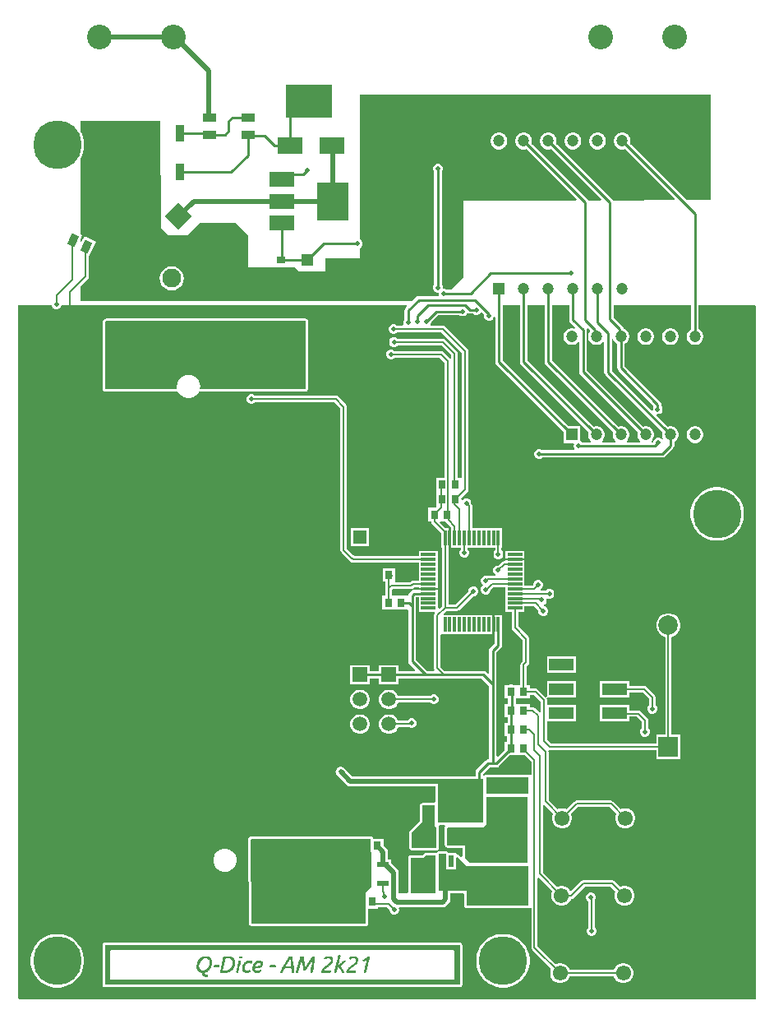
<source format=gtl>
G04*
G04 #@! TF.GenerationSoftware,Altium Limited,Altium Designer,21.0.9 (235)*
G04*
G04 Layer_Physical_Order=1*
G04 Layer_Color=255*
%FSLAX44Y44*%
%MOMM*%
G71*
G04*
G04 #@! TF.SameCoordinates,3421A621-DC7B-4D7E-80C2-F70395B1EBD6*
G04*
G04*
G04 #@! TF.FilePolarity,Positive*
G04*
G01*
G75*
%ADD10C,0.5000*%
%ADD11C,0.2500*%
%ADD15C,0.2540*%
%ADD18C,0.1520*%
%ADD19R,1.5000X0.3000*%
%ADD20R,0.3000X1.5000*%
%ADD21R,5.7000X2.0000*%
G04:AMPARAMS|DCode=22|XSize=0.8mm|YSize=1.2mm|CornerRadius=0mm|HoleSize=0mm|Usage=FLASHONLY|Rotation=335.000|XOffset=0mm|YOffset=0mm|HoleType=Round|Shape=Rectangle|*
%AMROTATEDRECTD22*
4,1,4,-0.6161,-0.3747,-0.1090,0.7128,0.6161,0.3747,0.1090,-0.7128,-0.6161,-0.3747,0.0*
%
%ADD22ROTATEDRECTD22*%

%ADD23R,0.8000X0.9000*%
%ADD24R,1.1500X0.6000*%
%ADD25R,0.9000X0.8000*%
%ADD26R,3.2500X4.0000*%
%ADD27R,2.5000X1.5000*%
%ADD28R,1.5000X1.6000*%
%ADD29R,1.2000X1.2000*%
%ADD30R,1.4000X0.8500*%
%ADD31R,1.3500X1.3500*%
%ADD32R,2.6500X1.7500*%
%ADD33R,0.5499X1.1999*%
%ADD34R,5.0800X6.3500*%
%ADD35R,0.9000X1.8000*%
%ADD36R,4.7000X3.4000*%
%ADD37R,2.5000X1.2000*%
%ADD64C,2.0000*%
%ADD65R,2.0000X2.0000*%
%ADD66C,1.5500*%
%ADD67R,1.5500X1.5500*%
%ADD70R,3.0000X4.0000*%
%ADD71R,1.2002X1.2002*%
%ADD72C,1.2002*%
%ADD73C,1.5000*%
%ADD74R,1.5000X1.5000*%
%ADD75P,2.7577X4X360.0*%
%ADD76C,1.9500*%
%ADD77C,2.5500*%
%ADD78C,5.0000*%
%ADD79C,0.5000*%
G36*
X952194Y995739D02*
X926949Y995616D01*
X868868Y1053697D01*
X869281Y1055236D01*
Y1057484D01*
X868699Y1059657D01*
X867574Y1061604D01*
X865984Y1063194D01*
X864036Y1064319D01*
X861864Y1064901D01*
X859616D01*
X857443Y1064319D01*
X855496Y1063194D01*
X853906Y1061604D01*
X852781Y1059657D01*
X852199Y1057484D01*
Y1055236D01*
X852781Y1053063D01*
X853906Y1051116D01*
X855496Y1049526D01*
X857443Y1048401D01*
X859616Y1047819D01*
X861864D01*
X863403Y1048232D01*
X914905Y996730D01*
X914422Y995555D01*
X850989Y995248D01*
X850732Y995632D01*
X850732Y995632D01*
X792668Y1053697D01*
X793081Y1055236D01*
Y1057484D01*
X792499Y1059657D01*
X791374Y1061604D01*
X789784Y1063194D01*
X787837Y1064319D01*
X785664Y1064901D01*
X783416D01*
X781243Y1064319D01*
X779296Y1063194D01*
X777706Y1061604D01*
X776581Y1059657D01*
X775999Y1057484D01*
Y1055236D01*
X776581Y1053063D01*
X777706Y1051116D01*
X779296Y1049526D01*
X781243Y1048401D01*
X783416Y1047819D01*
X785664D01*
X787204Y1048232D01*
X839073Y996362D01*
X838590Y995188D01*
X825497Y995124D01*
X824747Y996247D01*
X767274Y1053719D01*
X767681Y1055236D01*
Y1057484D01*
X767099Y1059657D01*
X765974Y1061604D01*
X764384Y1063194D01*
X762437Y1064319D01*
X760264Y1064901D01*
X758016D01*
X755843Y1064319D01*
X753896Y1063194D01*
X752306Y1061604D01*
X751181Y1059657D01*
X750599Y1057484D01*
Y1055236D01*
X751181Y1053063D01*
X752306Y1051116D01*
X753896Y1049526D01*
X755843Y1048401D01*
X758016Y1047819D01*
X760264D01*
X761781Y1048225D01*
X813767Y996239D01*
X813283Y995065D01*
X696750Y994500D01*
Y915750D01*
X684114Y903114D01*
X680013D01*
X679605Y903523D01*
X677753Y904290D01*
X676963D01*
X675790Y904498D01*
X675790Y905463D01*
Y906503D01*
X675023Y908355D01*
X674635Y908743D01*
Y1024757D01*
X675023Y1025145D01*
X675790Y1026998D01*
Y1029003D01*
X675023Y1030855D01*
X673605Y1032273D01*
X671752Y1033040D01*
X669747D01*
X667895Y1032273D01*
X666477Y1030855D01*
X665710Y1029003D01*
Y1026998D01*
X666477Y1025145D01*
X666865Y1024757D01*
Y908743D01*
X666477Y908355D01*
X665710Y906503D01*
Y904498D01*
X666477Y902645D01*
X667895Y901227D01*
X669747Y900460D01*
X670537D01*
X671710Y900253D01*
X671710Y899287D01*
Y898248D01*
X671916Y897751D01*
X671210Y896695D01*
X650886D01*
X649400Y896399D01*
X648139Y895557D01*
X644583Y892000D01*
X580250D01*
X580250D01*
X580000Y891750D01*
X302500D01*
Y906621D01*
X308802Y912923D01*
D01*
X310190Y914311D01*
X310190Y914311D01*
X310919Y915403D01*
X311175Y916690D01*
Y937708D01*
X318193Y952756D01*
X306338Y958283D01*
X303740Y952712D01*
X302500Y952987D01*
Y955164D01*
X304380Y959196D01*
X302500Y960073D01*
Y1038956D01*
X303114Y1039958D01*
X304773Y1043963D01*
X305785Y1048178D01*
X306125Y1052500D01*
X305785Y1056822D01*
X304773Y1061037D01*
X303114Y1065042D01*
X302500Y1066044D01*
Y1076750D01*
X385000D01*
X385106Y966644D01*
X392500Y959250D01*
X412500D01*
X425000Y971750D01*
X462500D01*
X475000Y959250D01*
Y926750D01*
X522500D01*
X527500Y921750D01*
X555000Y921750D01*
X555038Y935351D01*
X580000D01*
Y935500D01*
X589973D01*
X589975Y945889D01*
X590923Y946282D01*
X592341Y947699D01*
X593108Y949552D01*
Y951557D01*
X592341Y953409D01*
X590923Y954827D01*
X589976Y955219D01*
X590000Y1103750D01*
X951714D01*
X952194Y995739D01*
D02*
G37*
G36*
X806055Y872046D02*
X806351Y870559D01*
X807193Y869299D01*
X812174Y864318D01*
X811517Y863179D01*
X809794Y863641D01*
X807546D01*
X805373Y863059D01*
X803426Y861934D01*
X801836Y860344D01*
X800711Y858397D01*
X800129Y856224D01*
Y853976D01*
X800711Y851803D01*
X801836Y849856D01*
X803426Y848266D01*
X805373Y847141D01*
X807546Y846559D01*
X809794D01*
X811966Y847141D01*
X813914Y848266D01*
X815095Y849447D01*
X816365Y848921D01*
Y818720D01*
X816661Y817233D01*
X817503Y815973D01*
X876736Y756741D01*
X876329Y755224D01*
Y752976D01*
X876911Y750803D01*
X878036Y748856D01*
X879237Y747655D01*
X878711Y746385D01*
X865629D01*
X865103Y747655D01*
X866304Y748856D01*
X867429Y750803D01*
X868011Y752976D01*
Y755224D01*
X867429Y757397D01*
X866304Y759344D01*
X864714Y760934D01*
X862766Y762059D01*
X860594Y762641D01*
X858346D01*
X856829Y762234D01*
X788425Y830639D01*
Y887500D01*
X806055D01*
Y872046D01*
D02*
G37*
G36*
X998250Y886230D02*
Y172500D01*
X239500D01*
X238500Y173500D01*
X238500Y887500D01*
X272710D01*
Y886998D01*
X273477Y885145D01*
X274895Y883727D01*
X276747Y882960D01*
X278752D01*
X280605Y883727D01*
X282023Y885145D01*
X282790Y886998D01*
Y887500D01*
X638423Y887500D01*
X638909Y886327D01*
X637378Y884796D01*
X636536Y883535D01*
X636240Y882049D01*
Y872618D01*
X635852Y872230D01*
X635085Y870378D01*
Y868372D01*
X635391Y867635D01*
X634542Y866365D01*
X628583D01*
X627818Y867130D01*
X625966Y867897D01*
X623961D01*
X622109Y867130D01*
X620691Y865712D01*
X619924Y863859D01*
Y861854D01*
X620691Y860002D01*
X622109Y858584D01*
X623961Y857817D01*
X625966D01*
X627818Y858584D01*
X628870Y859635D01*
X674356D01*
X695635Y838356D01*
Y710460D01*
X694790Y709540D01*
X691365D01*
Y837750D01*
X691108Y839038D01*
X690379Y840129D01*
X690379Y840129D01*
X678629Y851879D01*
X677538Y852608D01*
X676250Y852865D01*
X676250Y852865D01*
X629263D01*
X628355Y853773D01*
X626502Y854540D01*
X624497D01*
X622645Y853773D01*
X621227Y852355D01*
X620460Y850502D01*
Y848497D01*
X621227Y846645D01*
X622645Y845227D01*
X624497Y844460D01*
X626502D01*
X628355Y845227D01*
X629263Y846135D01*
X674856D01*
X684635Y836356D01*
Y832535D01*
X683425Y832144D01*
X683365Y832143D01*
X676379Y839129D01*
X675288Y839858D01*
X674000Y840115D01*
X674000Y840115D01*
X626263D01*
X625355Y841023D01*
X623503Y841790D01*
X621497D01*
X619645Y841023D01*
X618227Y839605D01*
X617460Y837753D01*
Y835748D01*
X618227Y833895D01*
X619645Y832477D01*
X621497Y831710D01*
X623503D01*
X625355Y832477D01*
X626263Y833385D01*
X672606D01*
X677635Y828356D01*
Y709540D01*
X668710D01*
Y695460D01*
X668710D01*
Y694290D01*
X668710D01*
Y680210D01*
X668710D01*
X668772Y680060D01*
X667924Y678790D01*
X660960D01*
Y664710D01*
X662397D01*
X663635Y664500D01*
X663892Y663212D01*
X664621Y662121D01*
X673960Y652782D01*
Y637460D01*
X674635D01*
Y577394D01*
X672213Y574972D01*
X671040Y575458D01*
Y586460D01*
Y594540D01*
X650960D01*
Y594364D01*
X646500D01*
X646500Y594364D01*
X645021Y594070D01*
X643767Y593232D01*
X641518Y590982D01*
X640680Y589729D01*
X640529Y588969D01*
X639540Y588290D01*
X623365D01*
Y594606D01*
X624144Y595385D01*
X643250D01*
X643250Y595385D01*
X644538Y595642D01*
X645629Y596371D01*
X646394Y597135D01*
X650960D01*
Y596460D01*
X671040D01*
Y606460D01*
Y616460D01*
Y626460D01*
Y634540D01*
X650960D01*
Y628865D01*
X584894D01*
X583629Y630129D01*
X583629Y630129D01*
X577115Y636644D01*
Y782742D01*
X577115Y782742D01*
X576859Y784029D01*
X576129Y785121D01*
X576129Y785121D01*
X568121Y793129D01*
X567029Y793858D01*
X565742Y794115D01*
X565742Y794115D01*
X482263D01*
X481355Y795023D01*
X479502Y795790D01*
X477497D01*
X475645Y795023D01*
X474227Y793605D01*
X473460Y791752D01*
Y789747D01*
X474227Y787895D01*
X475645Y786477D01*
X477497Y785710D01*
X479502D01*
X481355Y786477D01*
X482263Y787385D01*
X564348D01*
X570385Y781348D01*
Y635250D01*
X570385Y635250D01*
X570642Y633962D01*
X571371Y632871D01*
X578871Y625371D01*
X578871Y625371D01*
X581121Y623121D01*
X581121Y623121D01*
X582212Y622392D01*
X583500Y622135D01*
X650960D01*
Y616460D01*
Y603865D01*
X645000D01*
X643712Y603609D01*
X642621Y602879D01*
X642621Y602879D01*
X641856Y602115D01*
X627813D01*
X626790Y602710D01*
Y616790D01*
X613710D01*
Y602710D01*
X616635D01*
Y596000D01*
X616635Y596000D01*
X616635Y596000D01*
Y588290D01*
X613460D01*
Y574210D01*
X639540D01*
X640386Y573290D01*
Y520400D01*
X640680Y518921D01*
X641518Y517668D01*
X647248Y511938D01*
X646761Y510764D01*
X630290D01*
Y516940D01*
X610210D01*
Y510764D01*
X600540D01*
Y516940D01*
X580460D01*
Y496860D01*
X600540D01*
Y503036D01*
X610210D01*
Y496860D01*
X630290D01*
Y503036D01*
X657750D01*
X657750Y503036D01*
X657750Y503036D01*
X715999D01*
X723386Y495649D01*
Y419614D01*
X722500D01*
X721021Y419320D01*
X719768Y418482D01*
X710768Y409482D01*
X709930Y408229D01*
X709636Y406750D01*
Y402090D01*
X675746Y402090D01*
X675500Y402139D01*
X582629D01*
X574134Y410634D01*
X573713Y410915D01*
X573355Y411273D01*
X572887Y411466D01*
X572467Y411748D01*
X571970Y411846D01*
X571502Y412040D01*
X570996D01*
X570500Y412139D01*
X570004Y412040D01*
X569497D01*
X569030Y411846D01*
X568534Y411748D01*
X568113Y411466D01*
X567645Y411273D01*
X567287Y410915D01*
X566866Y410634D01*
X566585Y410213D01*
X566227Y409855D01*
X566034Y409387D01*
X565752Y408966D01*
X565654Y408470D01*
X565460Y408003D01*
Y407496D01*
X565361Y407000D01*
X565460Y406504D01*
Y405998D01*
X565654Y405530D01*
X565752Y405033D01*
X566034Y404613D01*
X566227Y404145D01*
X566585Y403787D01*
X566866Y403366D01*
X576866Y393366D01*
X578534Y392252D01*
X580500Y391861D01*
X668160D01*
X668160Y375836D01*
X666890Y374840D01*
X654750D01*
X653759Y374643D01*
X652919Y374081D01*
X652357Y373241D01*
X652160Y372250D01*
Y356823D01*
X641669Y346331D01*
X641107Y345491D01*
X640910Y344500D01*
Y329403D01*
X640911Y329396D01*
X640910Y329390D01*
X641010Y328900D01*
X641107Y328411D01*
X641111Y328406D01*
X641112Y328400D01*
X641391Y327987D01*
X641669Y327571D01*
X641674Y327568D01*
X641678Y327562D01*
X642580Y326669D01*
X642585Y326665D01*
X642589Y326660D01*
X643008Y326386D01*
X643423Y326111D01*
X643429Y326110D01*
X643435Y326107D01*
X643924Y326014D01*
X644415Y325919D01*
X644421Y325920D01*
X644427Y325919D01*
X669275Y326160D01*
X669758Y326261D01*
X670204Y326350D01*
X670509Y325143D01*
X669669Y324581D01*
X669107Y323741D01*
X668500Y323340D01*
X658000D01*
X657009Y323143D01*
X656169Y322581D01*
X654467Y320880D01*
X642540D01*
X641549Y320683D01*
X640709Y320121D01*
X640147Y319281D01*
X639950Y318290D01*
Y304612D01*
X639870Y304210D01*
Y296540D01*
X639950Y296138D01*
Y282982D01*
X639950Y282460D01*
X638907Y281769D01*
X630519D01*
X630389Y281823D01*
Y302860D01*
X629997Y304827D01*
X628884Y306494D01*
X622280Y313097D01*
Y316910D01*
X619129D01*
Y324760D01*
X618737Y326726D01*
X617624Y328394D01*
X614540Y331477D01*
Y338290D01*
X604042D01*
X603853Y339241D01*
X603291Y340081D01*
X602451Y340643D01*
X601460Y340840D01*
X478788Y340840D01*
X478781Y340838D01*
X478775Y340840D01*
X478286Y340740D01*
X477797Y340643D01*
X477791Y340639D01*
X477785Y340638D01*
X477372Y340359D01*
X476956Y340081D01*
X476953Y340076D01*
X476947Y340072D01*
X476054Y339169D01*
X476050Y339164D01*
X476045Y339160D01*
X475770Y338741D01*
X475496Y338326D01*
X475495Y338320D01*
X475492Y338314D01*
X475399Y337824D01*
X475304Y337334D01*
X475306Y337328D01*
X475304Y337321D01*
X476176Y250724D01*
X476277Y250242D01*
X476373Y249759D01*
X476381Y249748D01*
X476384Y249735D01*
X476661Y249328D01*
X476935Y248919D01*
X476946Y248911D01*
X476953Y248900D01*
X477366Y248631D01*
X477775Y248357D01*
X477788Y248355D01*
X477799Y248347D01*
X478283Y248256D01*
X478766Y248160D01*
X596250Y248160D01*
X597241Y248357D01*
X598081Y248919D01*
X598643Y249759D01*
X598840Y250750D01*
X598840Y266210D01*
X609290D01*
Y267322D01*
X618669D01*
X620500Y265492D01*
Y264207D01*
X621267Y262355D01*
X622685Y260937D01*
X624537Y260170D01*
X626542D01*
X628395Y260937D01*
X629812Y262355D01*
X630580Y264207D01*
Y266213D01*
X630438Y266555D01*
X631143Y267611D01*
X675571D01*
X677538Y268002D01*
X679205Y269116D01*
X682134Y272045D01*
X683248Y273712D01*
X683639Y275679D01*
Y281943D01*
X697011Y281979D01*
X697910Y281082D01*
Y269250D01*
X698107Y268259D01*
X698669Y267419D01*
X699509Y266857D01*
X700500Y266660D01*
X764000Y266660D01*
X764991Y266857D01*
X765615Y267274D01*
X766411Y267030D01*
X766885Y266712D01*
Y226250D01*
X766885Y226250D01*
X767141Y224962D01*
X767871Y223871D01*
X787476Y204266D01*
X787161Y203722D01*
X786460Y201105D01*
Y198395D01*
X787161Y195778D01*
X788516Y193432D01*
X790432Y191516D01*
X792778Y190161D01*
X795395Y189460D01*
X798105D01*
X800722Y190161D01*
X803068Y191516D01*
X804984Y193432D01*
X806339Y195778D01*
X806501Y196385D01*
X851999D01*
X852161Y195778D01*
X853516Y193432D01*
X855432Y191516D01*
X857778Y190161D01*
X860395Y189460D01*
X863105D01*
X865722Y190161D01*
X868068Y191516D01*
X869984Y193432D01*
X871339Y195778D01*
X872040Y198395D01*
Y201105D01*
X871339Y203722D01*
X869984Y206068D01*
X868068Y207984D01*
X865722Y209339D01*
X863105Y210040D01*
X860395D01*
X857778Y209339D01*
X855432Y207984D01*
X853516Y206068D01*
X852161Y203722D01*
X851999Y203115D01*
X806501D01*
X806339Y203722D01*
X804984Y206068D01*
X803068Y207984D01*
X800722Y209339D01*
X798105Y210040D01*
X795395D01*
X792778Y209339D01*
X792234Y209024D01*
X773615Y227644D01*
Y297468D01*
X774788Y297954D01*
X788726Y284016D01*
X788411Y283472D01*
X787710Y280855D01*
Y278145D01*
X788411Y275528D01*
X789766Y273182D01*
X791682Y271266D01*
X794028Y269911D01*
X796645Y269210D01*
X799355D01*
X801972Y269911D01*
X804318Y271266D01*
X806234Y273182D01*
X807589Y275528D01*
X807759Y276165D01*
X808030D01*
X808030Y276165D01*
X809318Y276421D01*
X810409Y277151D01*
X822394Y289135D01*
X848606D01*
X853726Y284016D01*
X853411Y283472D01*
X852710Y280855D01*
Y278145D01*
X853411Y275528D01*
X854766Y273182D01*
X856682Y271266D01*
X859028Y269911D01*
X861645Y269210D01*
X864355D01*
X866972Y269911D01*
X869318Y271266D01*
X871234Y273182D01*
X872589Y275528D01*
X873290Y278145D01*
Y280855D01*
X872589Y283472D01*
X871234Y285818D01*
X869318Y287734D01*
X866972Y289089D01*
X864355Y289790D01*
X861645D01*
X859028Y289089D01*
X858484Y288775D01*
X852379Y294879D01*
X851288Y295609D01*
X850000Y295865D01*
X850000Y295865D01*
X821000D01*
X819712Y295609D01*
X818621Y294879D01*
X818621Y294879D01*
X808189Y284447D01*
X806930Y284613D01*
X806234Y285818D01*
X804318Y287734D01*
X801972Y289089D01*
X799355Y289790D01*
X796645D01*
X794028Y289089D01*
X793484Y288775D01*
X778865Y303394D01*
Y372581D01*
X780135Y373107D01*
X789475Y363766D01*
X789161Y363222D01*
X788460Y360605D01*
Y357896D01*
X789161Y355278D01*
X790516Y352932D01*
X792432Y351016D01*
X794778Y349661D01*
X797395Y348960D01*
X800105D01*
X802722Y349661D01*
X805068Y351016D01*
X806984Y352932D01*
X808339Y355278D01*
X809040Y357896D01*
Y360605D01*
X808339Y363222D01*
X808025Y363766D01*
X814893Y370635D01*
X847607D01*
X854475Y363766D01*
X854161Y363222D01*
X853460Y360605D01*
Y357896D01*
X854161Y355278D01*
X855516Y352932D01*
X857432Y351016D01*
X859778Y349661D01*
X862395Y348960D01*
X865105D01*
X867722Y349661D01*
X870068Y351016D01*
X871984Y352932D01*
X873339Y355278D01*
X874040Y357896D01*
Y360605D01*
X873339Y363222D01*
X871984Y365568D01*
X870068Y367484D01*
X867722Y368839D01*
X865105Y369540D01*
X862395D01*
X859778Y368839D01*
X859234Y368525D01*
X851379Y376379D01*
X850288Y377108D01*
X849000Y377365D01*
X849000Y377365D01*
X813500D01*
X813500Y377365D01*
X812212Y377108D01*
X811121Y376379D01*
X811121Y376379D01*
X803266Y368525D01*
X802722Y368839D01*
X800105Y369540D01*
X797395D01*
X794778Y368839D01*
X794234Y368525D01*
X784740Y378019D01*
Y427625D01*
X784740Y427625D01*
X784567Y428495D01*
X785088Y429196D01*
X785276Y429363D01*
X785558Y429523D01*
X786250Y429385D01*
X786250Y429385D01*
X895710D01*
Y420210D01*
X920790D01*
Y445290D01*
X911615D01*
Y545669D01*
X913090Y546065D01*
X915950Y547715D01*
X918285Y550050D01*
X919935Y552910D01*
X920790Y556099D01*
Y559401D01*
X919935Y562590D01*
X918285Y565450D01*
X915950Y567785D01*
X913090Y569435D01*
X909901Y570290D01*
X906599D01*
X903410Y569435D01*
X900550Y567785D01*
X898215Y565450D01*
X896565Y562590D01*
X895710Y559401D01*
Y556099D01*
X896565Y552910D01*
X898215Y550050D01*
X900550Y547715D01*
X903410Y546065D01*
X904885Y545669D01*
Y445290D01*
X895710D01*
Y436115D01*
X787644D01*
X783365Y440394D01*
Y458585D01*
X813040D01*
Y475665D01*
X783365D01*
Y480750D01*
X783365Y480750D01*
X783109Y482038D01*
X782909Y482336D01*
X783602Y483585D01*
X783860Y483585D01*
X783860Y483585D01*
X783915Y483585D01*
X813040D01*
Y500665D01*
X782960D01*
X782960Y484589D01*
Y484574D01*
Y484574D01*
X782960Y484344D01*
X782455Y484135D01*
X781690Y483818D01*
X773629Y491879D01*
X772538Y492608D01*
X771250Y492865D01*
X771250Y492865D01*
X765290D01*
Y496540D01*
X762564D01*
Y515826D01*
X764129Y517391D01*
X764129Y517391D01*
X764858Y518483D01*
X765115Y519770D01*
Y543750D01*
X765115Y543750D01*
X764858Y545038D01*
X764129Y546129D01*
X753365Y556894D01*
Y571460D01*
X760040D01*
Y577135D01*
X769856D01*
X774460Y572532D01*
Y571247D01*
X775227Y569395D01*
X776645Y567977D01*
X778497Y567210D01*
X780502D01*
X782355Y567977D01*
X783773Y569395D01*
X784540Y571247D01*
Y573252D01*
X783773Y575105D01*
X782355Y576523D01*
X780502Y577290D01*
X780061D01*
X779653Y577835D01*
X780076Y579332D01*
X780730Y579602D01*
X782148Y581020D01*
X782915Y582873D01*
Y584741D01*
X783350Y585215D01*
X783955Y585685D01*
X784498Y585460D01*
X786503D01*
X788355Y586227D01*
X789773Y587645D01*
X790540Y589497D01*
Y591502D01*
X789773Y593355D01*
X788355Y594773D01*
X786503Y595540D01*
X784498D01*
X782645Y594773D01*
X781737Y593865D01*
X776692D01*
X776440Y595135D01*
X776663Y595227D01*
X778081Y596645D01*
X778848Y598498D01*
Y600503D01*
X778081Y602355D01*
X776663Y603773D01*
X774811Y604540D01*
X772806D01*
X770953Y603773D01*
X769536Y602355D01*
X768768Y600503D01*
Y599218D01*
X768415Y598865D01*
X760040D01*
Y606460D01*
Y616460D01*
Y624540D01*
X739960D01*
Y624540D01*
X738973Y623856D01*
X737730Y623609D01*
X736639Y622879D01*
X733141Y619381D01*
X731857D01*
X730004Y618614D01*
X728586Y617196D01*
X727819Y615344D01*
Y613338D01*
X728586Y611486D01*
X729938Y610135D01*
X729913Y609804D01*
X729591Y608865D01*
X721750D01*
X721750Y608865D01*
X721123Y608740D01*
X721003Y608790D01*
X718997D01*
X717145Y608023D01*
X715727Y606605D01*
X714960Y604753D01*
Y602747D01*
X715727Y600895D01*
X716668Y599955D01*
X717109Y599389D01*
X716671Y598299D01*
X715977Y597605D01*
X715210Y595752D01*
Y593747D01*
X715977Y591895D01*
X717395Y590477D01*
X719248Y589710D01*
X721253D01*
X723105Y590477D01*
X724523Y591895D01*
X725290Y593747D01*
Y594032D01*
X728394Y597135D01*
X739960D01*
Y591460D01*
Y581460D01*
Y571460D01*
X746635D01*
Y555500D01*
X746635Y555500D01*
X746891Y554212D01*
X747621Y553121D01*
X758385Y542356D01*
Y521164D01*
X756821Y519599D01*
X756091Y518507D01*
X755835Y517220D01*
X755835Y517220D01*
Y496540D01*
X747898D01*
X747479Y496820D01*
X746000Y497114D01*
X744521Y496820D01*
X744102Y496540D01*
X739210D01*
Y482460D01*
X743136D01*
Y477040D01*
X739460D01*
Y462960D01*
X742636D01*
Y457540D01*
X739460D01*
Y443460D01*
X742136D01*
Y438040D01*
X739460D01*
Y429675D01*
X732288Y422502D01*
X731114Y422988D01*
Y497250D01*
Y529899D01*
X735732Y534518D01*
X736570Y535771D01*
X736864Y537250D01*
Y548460D01*
X737040D01*
Y568540D01*
X728960D01*
Y548460D01*
X729136D01*
Y538851D01*
X724518Y534232D01*
X723680Y532979D01*
X723386Y531500D01*
Y508238D01*
X722212Y507752D01*
X720332Y509632D01*
X719079Y510470D01*
X717600Y510764D01*
X677644D01*
X673365Y515044D01*
Y547437D01*
X673960Y548460D01*
X727040D01*
Y568540D01*
X676958D01*
X676472Y569713D01*
X679394Y572635D01*
X690450D01*
X690450Y572635D01*
X691738Y572892D01*
X692829Y573621D01*
X707168Y587960D01*
X708453D01*
X710305Y588727D01*
X711723Y590145D01*
X712490Y591997D01*
Y594002D01*
X711723Y595855D01*
X710305Y597273D01*
X708453Y598040D01*
X706448D01*
X704595Y597273D01*
X703177Y595855D01*
X702410Y594002D01*
Y592718D01*
X689056Y579365D01*
X681365D01*
Y637460D01*
X682040D01*
Y657540D01*
X678718D01*
X672722Y663537D01*
X673208Y664710D01*
X678643D01*
X679371Y663621D01*
X684182Y658810D01*
X683960Y657540D01*
X683960D01*
Y637460D01*
X694459D01*
X694562Y636190D01*
X693727Y635355D01*
X692960Y633503D01*
Y631497D01*
X693727Y629645D01*
X695145Y628227D01*
X696998Y627460D01*
X699003D01*
X700855Y628227D01*
X702273Y629645D01*
X703040Y631497D01*
Y633503D01*
X702273Y635355D01*
X701438Y636190D01*
X701541Y637460D01*
X729635D01*
Y634763D01*
X728727Y633855D01*
X727960Y632002D01*
Y629997D01*
X728727Y628145D01*
X730145Y626727D01*
X731998Y625960D01*
X734003D01*
X735855Y626727D01*
X737273Y628145D01*
X738040Y629997D01*
Y632002D01*
X737273Y633855D01*
X736365Y634763D01*
Y637460D01*
X737040D01*
Y657540D01*
X706365D01*
Y680500D01*
X706108Y681788D01*
X705379Y682879D01*
X705379Y682879D01*
X705040Y683218D01*
Y684502D01*
X704273Y686355D01*
X702855Y687773D01*
X701003Y688540D01*
X698997D01*
X697145Y687773D01*
X696060Y686688D01*
X694790Y687158D01*
Y688532D01*
X697879Y691621D01*
X697879Y691621D01*
X701379Y695121D01*
X701379Y695121D01*
X702109Y696212D01*
X702365Y697500D01*
X702365Y697500D01*
Y839750D01*
X702365Y839750D01*
X702109Y841038D01*
X701379Y842129D01*
X678129Y865379D01*
X677038Y866108D01*
X675750Y866365D01*
X675750Y866365D01*
X663538D01*
X663012Y867635D01*
X663273Y867895D01*
X664040Y869747D01*
Y870296D01*
X670859Y877115D01*
X692757D01*
X693145Y876727D01*
X694997Y875960D01*
X697002D01*
X698855Y876727D01*
X700273Y878145D01*
X700499Y878691D01*
X701714Y879060D01*
X701937Y878911D01*
X703424Y878615D01*
X707007D01*
X707395Y878227D01*
X709248Y877460D01*
X711253D01*
X713105Y878227D01*
X714523Y879645D01*
X714675Y880012D01*
X715920Y880260D01*
X718691Y877489D01*
X718568Y877193D01*
Y875188D01*
X719335Y873335D01*
X720753Y871917D01*
X722605Y871150D01*
X724610D01*
X726463Y871917D01*
X727881Y873335D01*
X728648Y875188D01*
X729876Y875086D01*
Y829030D01*
X730170Y827551D01*
X731008Y826298D01*
X800129Y757176D01*
Y745559D01*
X810187D01*
X811036Y744289D01*
X810710Y743503D01*
Y741497D01*
X811477Y739645D01*
X811743Y739379D01*
X811217Y738109D01*
X778388D01*
X778000Y738497D01*
X776148Y739265D01*
X774143D01*
X772290Y738497D01*
X770872Y737080D01*
X770105Y735227D01*
Y733222D01*
X770872Y731370D01*
X772290Y729952D01*
X774143Y729185D01*
X776148D01*
X778000Y729952D01*
X778388Y730340D01*
X901725D01*
X903211Y730636D01*
X904472Y731478D01*
X913247Y740253D01*
X914089Y741513D01*
X914385Y743000D01*
Y746614D01*
X915514Y747266D01*
X917104Y748856D01*
X918229Y750803D01*
X918811Y752976D01*
Y755224D01*
X918229Y757397D01*
X917104Y759344D01*
X915514Y760934D01*
X913567Y762059D01*
X911394Y762641D01*
X909146D01*
X907629Y762234D01*
X895827Y774037D01*
X896050Y774659D01*
X896450Y775210D01*
X898252D01*
X900105Y775977D01*
X901523Y777395D01*
X902290Y779248D01*
Y781253D01*
X901523Y783105D01*
X901135Y783493D01*
Y785000D01*
X900839Y786487D01*
X899997Y787747D01*
X863355Y824389D01*
Y847481D01*
X864714Y848266D01*
X866304Y849856D01*
X867429Y851803D01*
X868011Y853976D01*
Y856224D01*
X867429Y858397D01*
X866304Y860344D01*
X864714Y861934D01*
X862766Y863059D01*
X862047Y863251D01*
X861860Y864189D01*
X861023Y865442D01*
X861023Y865442D01*
X851864Y874601D01*
Y887500D01*
X931806D01*
Y862731D01*
X930426Y861934D01*
X928836Y860344D01*
X927711Y858397D01*
X927129Y856224D01*
Y853976D01*
X927711Y851803D01*
X928836Y849856D01*
X930426Y848266D01*
X932373Y847141D01*
X934546Y846559D01*
X936794D01*
X938967Y847141D01*
X940914Y848266D01*
X942504Y849856D01*
X943629Y851803D01*
X944211Y853976D01*
Y856224D01*
X943629Y858397D01*
X942504Y860344D01*
X940914Y861934D01*
X939534Y862731D01*
Y887500D01*
X997084D01*
X998250Y886230D01*
D02*
G37*
G36*
X851511Y851803D02*
X852636Y849856D01*
X854226Y848266D01*
X855585Y847481D01*
Y822780D01*
X855881Y821293D01*
X856723Y820033D01*
X893314Y783442D01*
X892977Y783105D01*
X892210Y781253D01*
Y779450D01*
X891659Y779050D01*
X891037Y778827D01*
X849885Y819979D01*
Y852967D01*
X851155Y853134D01*
X851511Y851803D01*
D02*
G37*
G36*
X827824Y860932D02*
X827236Y860344D01*
X826111Y858397D01*
X825529Y856224D01*
Y853976D01*
X826111Y851803D01*
X827236Y849856D01*
X828826Y848266D01*
X830773Y847141D01*
X832946Y846559D01*
X835194D01*
X837366Y847141D01*
X839314Y848266D01*
X840845Y849797D01*
X841114Y849779D01*
X842115Y849414D01*
Y818370D01*
X842411Y816883D01*
X843253Y815623D01*
X902135Y756741D01*
X901729Y755224D01*
Y752976D01*
X902311Y750803D01*
X902914Y749760D01*
X901897Y748980D01*
X900605Y750273D01*
X898753Y751040D01*
X896748D01*
X894895Y750273D01*
X893477Y748855D01*
X892710Y747002D01*
Y746454D01*
X892641Y746385D01*
X891029D01*
X890503Y747655D01*
X891704Y748856D01*
X892829Y750803D01*
X893411Y752976D01*
Y755224D01*
X892829Y757397D01*
X891704Y759344D01*
X890114Y760934D01*
X888167Y762059D01*
X885994Y762641D01*
X883746D01*
X882229Y762234D01*
X824135Y820329D01*
Y861736D01*
X824096Y861928D01*
X825087Y863377D01*
X825334Y863422D01*
X827824Y860932D01*
D02*
G37*
G36*
X780655Y829030D02*
X780951Y827543D01*
X781793Y826283D01*
X851336Y756741D01*
X850929Y755224D01*
Y752976D01*
X851511Y750803D01*
X852636Y748856D01*
X853837Y747655D01*
X853311Y746385D01*
X840229D01*
X839703Y747655D01*
X840904Y748856D01*
X842029Y750803D01*
X842611Y752976D01*
Y755224D01*
X842029Y757397D01*
X840904Y759344D01*
X839314Y760934D01*
X837366Y762059D01*
X835194Y762641D01*
X832946D01*
X831406Y762228D01*
X763004Y830631D01*
Y887500D01*
X780655D01*
Y829030D01*
D02*
G37*
G36*
X755276D02*
X755570Y827551D01*
X756407Y826298D01*
X825942Y756764D01*
X825529Y755224D01*
Y752976D01*
X826111Y750803D01*
X827236Y748856D01*
X828437Y747655D01*
X827911Y746385D01*
X818993D01*
X818605Y746773D01*
X817211Y747350D01*
Y762641D01*
X805594D01*
X737604Y830631D01*
Y887500D01*
X755276D01*
Y829030D01*
D02*
G37*
G36*
X650960Y581460D02*
Y571460D01*
X667126D01*
X667494Y570190D01*
X666891Y569288D01*
X666635Y568000D01*
X666635Y568000D01*
Y513650D01*
X666635Y513650D01*
X666891Y512362D01*
X667111Y512034D01*
X666432Y510764D01*
X659351D01*
X648114Y522001D01*
Y586636D01*
X650960D01*
Y581460D01*
D02*
G37*
G36*
X776635Y479356D02*
Y468669D01*
X775365Y468143D01*
X770880Y472629D01*
X769788Y473358D01*
X768500Y473615D01*
X768500Y473615D01*
X765540D01*
Y477040D01*
X750864D01*
Y482460D01*
X765290D01*
Y486135D01*
X769856D01*
X776635Y479356D01*
D02*
G37*
G36*
X766885Y417856D02*
Y404522D01*
X766645Y404313D01*
X765615Y403895D01*
X765586Y403912D01*
X765241Y404143D01*
X765150Y404161D01*
X765069Y404207D01*
X764657Y404259D01*
X764250Y404340D01*
X721000D01*
X720522Y404245D01*
X720044Y404157D01*
X720028Y404146D01*
X720009Y404143D01*
X719604Y403872D01*
X719196Y403608D01*
X719185Y403592D01*
X719169Y403581D01*
X718898Y403176D01*
X718622Y402776D01*
X718615Y402757D01*
X718573Y402748D01*
X717364Y402993D01*
Y405149D01*
X724101Y411886D01*
X729707D01*
X730786Y411671D01*
X732264Y411965D01*
X733518Y412803D01*
X744675Y423960D01*
X760782D01*
X766885Y417856D01*
D02*
G37*
G36*
X764250Y401750D02*
Y384500D01*
X721920D01*
X720764Y385672D01*
X721000Y401750D01*
X764250D01*
X764250Y401750D01*
D02*
G37*
G36*
X717320Y354750D02*
X670750D01*
Y358390D01*
X670750Y399500D01*
X717320Y399500D01*
X717320Y354750D01*
D02*
G37*
G36*
X667500Y351750D02*
X669250Y350000D01*
Y328750D01*
X644402Y328509D01*
X643500Y329403D01*
Y344500D01*
X654750Y355750D01*
Y372250D01*
X667500D01*
Y351750D01*
D02*
G37*
G36*
X678066Y351689D02*
X678285Y351063D01*
X678289Y350890D01*
X678166Y350771D01*
X678053Y350514D01*
X677897Y350281D01*
X677852Y350056D01*
X677760Y349846D01*
X677755Y349565D01*
X677700Y349290D01*
Y332211D01*
X677767Y331870D01*
X677793Y331524D01*
X677865Y331379D01*
X677897Y331219D01*
X678090Y330931D01*
X678245Y330621D01*
X678967Y329693D01*
X679265Y329435D01*
X679540Y329152D01*
X679645Y329106D01*
X679731Y329032D01*
X680095Y328911D01*
X680175Y328857D01*
X680262Y328840D01*
X680468Y328751D01*
X680624Y328718D01*
X680680Y328717D01*
X680690Y328714D01*
X680726Y328716D01*
X680898Y328714D01*
X681166Y328660D01*
X695910D01*
Y319798D01*
X694640Y319272D01*
X692794Y321119D01*
X691954Y321680D01*
X690962Y321877D01*
X690113Y322466D01*
X689789Y322939D01*
Y323290D01*
X681692D01*
X681603Y323741D01*
X681041Y324581D01*
X680201Y325143D01*
X679210Y325340D01*
X671500D01*
X670569Y325155D01*
X670264Y326367D01*
X670672Y326646D01*
X671081Y326919D01*
X671088Y326929D01*
X671099Y326937D01*
X671369Y327350D01*
X671643Y327759D01*
X671645Y327772D01*
X671652Y327782D01*
X671743Y328266D01*
X671840Y328750D01*
Y350000D01*
X671663Y350890D01*
X671677Y351045D01*
X672389Y352160D01*
X677742D01*
X678066Y351689D01*
D02*
G37*
G36*
X763000Y313500D02*
X704000D01*
X703750Y313250D01*
X698500Y318500D01*
Y331250D01*
X681166D01*
X681011Y331283D01*
X680290Y332211D01*
Y349290D01*
X681472Y349500D01*
X717250D01*
X721000Y353250D01*
Y380750D01*
X763000D01*
Y313500D01*
D02*
G37*
G36*
X668500Y281750D02*
X643516D01*
X642540Y282460D01*
Y296540D01*
X642460D01*
Y304210D01*
X642540D01*
Y318290D01*
X655540D01*
X658000Y320750D01*
X668500D01*
Y281750D01*
D02*
G37*
G36*
X679210Y306211D02*
X689789D01*
Y318801D01*
X690962Y319288D01*
X700500Y309750D01*
X764000D01*
Y269250D01*
X700500Y269250D01*
Y284578D01*
X672399Y284503D01*
X671500Y285399D01*
Y322750D01*
X679210D01*
Y306211D01*
D02*
G37*
G36*
X601460Y324210D02*
X602203D01*
Y289000D01*
X596250Y283047D01*
Y280290D01*
X596210D01*
Y266210D01*
X596250D01*
X596250Y250750D01*
X478766Y250750D01*
X477894Y337347D01*
X478788Y338250D01*
X601460Y338250D01*
Y324210D01*
D02*
G37*
%LPC*%
G36*
X836464Y1064901D02*
X834216D01*
X832043Y1064319D01*
X830096Y1063194D01*
X828506Y1061604D01*
X827381Y1059657D01*
X826799Y1057484D01*
Y1055236D01*
X827381Y1053063D01*
X828506Y1051116D01*
X830096Y1049526D01*
X832043Y1048401D01*
X834216Y1047819D01*
X836464D01*
X838636Y1048401D01*
X840584Y1049526D01*
X842174Y1051116D01*
X843299Y1053063D01*
X843881Y1055236D01*
Y1057484D01*
X843299Y1059657D01*
X842174Y1061604D01*
X840584Y1063194D01*
X838636Y1064319D01*
X836464Y1064901D01*
D02*
G37*
G36*
X811064D02*
X808816D01*
X806643Y1064319D01*
X804696Y1063194D01*
X803106Y1061604D01*
X801981Y1059657D01*
X801399Y1057484D01*
Y1055236D01*
X801981Y1053063D01*
X803106Y1051116D01*
X804696Y1049526D01*
X806643Y1048401D01*
X808816Y1047819D01*
X811064D01*
X813236Y1048401D01*
X815184Y1049526D01*
X816774Y1051116D01*
X817899Y1053063D01*
X818481Y1055236D01*
Y1057484D01*
X817899Y1059657D01*
X816774Y1061604D01*
X815184Y1063194D01*
X813236Y1064319D01*
X811064Y1064901D01*
D02*
G37*
G36*
X734864D02*
X732616D01*
X730443Y1064319D01*
X728496Y1063194D01*
X726906Y1061604D01*
X725781Y1059657D01*
X725199Y1057484D01*
Y1055236D01*
X725781Y1053063D01*
X726906Y1051116D01*
X728496Y1049526D01*
X730443Y1048401D01*
X732616Y1047819D01*
X734864D01*
X737037Y1048401D01*
X738984Y1049526D01*
X740574Y1051116D01*
X741699Y1053063D01*
X742281Y1055236D01*
Y1057484D01*
X741699Y1059657D01*
X740574Y1061604D01*
X738984Y1063194D01*
X737037Y1064319D01*
X734864Y1064901D01*
D02*
G37*
G36*
X396464Y927326D02*
X393256Y926904D01*
X390266Y925666D01*
X387699Y923696D01*
X385729Y921128D01*
X384491Y918139D01*
X384068Y914930D01*
X384491Y911722D01*
X385729Y908732D01*
X387699Y906165D01*
X390266Y904195D01*
X393256Y902956D01*
X396464Y902534D01*
X399673Y902956D01*
X402663Y904195D01*
X405230Y906165D01*
X407200Y908732D01*
X408438Y911722D01*
X408860Y914930D01*
X408438Y918139D01*
X407200Y921128D01*
X405230Y923696D01*
X402663Y925666D01*
X399673Y926904D01*
X396464Y927326D01*
D02*
G37*
G36*
X911394Y863641D02*
X909146D01*
X906973Y863059D01*
X905026Y861934D01*
X903436Y860344D01*
X902311Y858397D01*
X901729Y856224D01*
Y853976D01*
X902311Y851803D01*
X903436Y849856D01*
X905026Y848266D01*
X906973Y847141D01*
X909146Y846559D01*
X911394D01*
X913567Y847141D01*
X915514Y848266D01*
X917104Y849856D01*
X918229Y851803D01*
X918811Y853976D01*
Y856224D01*
X918229Y858397D01*
X917104Y860344D01*
X915514Y861934D01*
X913567Y863059D01*
X911394Y863641D01*
D02*
G37*
G36*
X885994D02*
X883746D01*
X881573Y863059D01*
X879626Y861934D01*
X878036Y860344D01*
X876911Y858397D01*
X876329Y856224D01*
Y853976D01*
X876911Y851803D01*
X878036Y849856D01*
X879626Y848266D01*
X881573Y847141D01*
X883746Y846559D01*
X885994D01*
X888167Y847141D01*
X890114Y848266D01*
X891704Y849856D01*
X892829Y851803D01*
X893411Y853976D01*
Y856224D01*
X892829Y858397D01*
X891704Y860344D01*
X890114Y861934D01*
X888167Y863059D01*
X885994Y863641D01*
D02*
G37*
G36*
X534500Y873590D02*
X328500D01*
X327509Y873393D01*
X326669Y872831D01*
X326169Y872331D01*
X325607Y871491D01*
X325410Y870500D01*
Y801000D01*
X325607Y800009D01*
X326169Y799169D01*
X327009Y798607D01*
X328000Y798410D01*
X401022D01*
X401107Y798427D01*
X401192Y798416D01*
X401600Y798525D01*
X402014Y798607D01*
X402741Y798202D01*
X403170Y797845D01*
X404156Y796138D01*
X406388Y793906D01*
X409122Y792327D01*
X412171Y791510D01*
X415328D01*
X418378Y792327D01*
X421112Y793906D01*
X423344Y796138D01*
X424330Y797845D01*
X424759Y798202D01*
X425486Y798607D01*
X425900Y798525D01*
X426308Y798416D01*
X426393Y798427D01*
X426477Y798410D01*
X534086D01*
X535077Y798607D01*
X535917Y799169D01*
X536478Y800009D01*
X536478Y800009D01*
X536893Y801009D01*
X536893Y801009D01*
X537090Y802000D01*
Y871000D01*
X536893Y871991D01*
X536331Y872831D01*
X535491Y873393D01*
X534500Y873590D01*
D02*
G37*
G36*
X936794Y762641D02*
X934546D01*
X932373Y762059D01*
X930426Y760934D01*
X928836Y759344D01*
X927711Y757397D01*
X927129Y755224D01*
Y752976D01*
X927711Y750803D01*
X928836Y748856D01*
X930426Y747266D01*
X932373Y746141D01*
X934546Y745559D01*
X936794D01*
X938967Y746141D01*
X940914Y747266D01*
X942504Y748856D01*
X943629Y750803D01*
X944211Y752976D01*
Y755224D01*
X943629Y757397D01*
X942504Y759344D01*
X940914Y760934D01*
X938967Y762059D01*
X936794Y762641D01*
D02*
G37*
G36*
X960667Y700040D02*
X956332D01*
X952051Y699362D01*
X947928Y698022D01*
X944066Y696054D01*
X940559Y693506D01*
X937494Y690441D01*
X934946Y686934D01*
X932978Y683072D01*
X931638Y678949D01*
X930960Y674668D01*
Y670332D01*
X931638Y666051D01*
X932978Y661928D01*
X934946Y658066D01*
X937494Y654559D01*
X940559Y651494D01*
X944066Y648946D01*
X947928Y646978D01*
X952051Y645638D01*
X956332Y644960D01*
X960667D01*
X964949Y645638D01*
X969072Y646978D01*
X972934Y648946D01*
X976441Y651494D01*
X979506Y654559D01*
X982054Y658066D01*
X984022Y661928D01*
X985362Y666051D01*
X986040Y670332D01*
Y674668D01*
X985362Y678949D01*
X984022Y683072D01*
X982054Y686934D01*
X979506Y690441D01*
X976441Y693506D01*
X972934Y696054D01*
X969072Y698022D01*
X964949Y699362D01*
X960667Y700040D01*
D02*
G37*
G36*
X599790Y657540D02*
X581210D01*
Y638960D01*
X599790D01*
Y657540D01*
D02*
G37*
G36*
X760040Y634540D02*
X739960D01*
Y626460D01*
X760040D01*
Y634540D01*
D02*
G37*
G36*
X813040Y525665D02*
X782960D01*
Y508585D01*
X813040D01*
Y525665D01*
D02*
G37*
G36*
X621572Y491540D02*
X618928D01*
X616375Y490856D01*
X614085Y489534D01*
X612216Y487665D01*
X610894Y485375D01*
X610210Y482822D01*
Y480178D01*
X610894Y477625D01*
X612216Y475335D01*
X614085Y473466D01*
X616375Y472144D01*
X618928Y471460D01*
X621572D01*
X624125Y472144D01*
X626415Y473466D01*
X628284Y475335D01*
X629606Y477625D01*
X629743Y478135D01*
X662737D01*
X663645Y477227D01*
X665498Y476460D01*
X667503D01*
X669355Y477227D01*
X670773Y478645D01*
X671540Y480498D01*
Y482503D01*
X670773Y484355D01*
X669355Y485773D01*
X667503Y486540D01*
X665498D01*
X663645Y485773D01*
X662737Y484865D01*
X629743D01*
X629606Y485375D01*
X628284Y487665D01*
X626415Y489534D01*
X624125Y490856D01*
X621572Y491540D01*
D02*
G37*
G36*
X591822D02*
X589178D01*
X586625Y490856D01*
X584335Y489534D01*
X582466Y487665D01*
X581144Y485375D01*
X580460Y482822D01*
Y480178D01*
X581144Y477625D01*
X582466Y475335D01*
X584335Y473466D01*
X586625Y472144D01*
X589178Y471460D01*
X591822D01*
X594375Y472144D01*
X596665Y473466D01*
X598534Y475335D01*
X599856Y477625D01*
X600540Y480178D01*
Y482822D01*
X599856Y485375D01*
X598534Y487665D01*
X596665Y489534D01*
X594375Y490856D01*
X591822Y491540D01*
D02*
G37*
G36*
X868040Y500665D02*
X837960D01*
Y483585D01*
X868040D01*
Y488635D01*
X881991D01*
X888135Y482491D01*
Y475763D01*
X887227Y474855D01*
X886460Y473003D01*
Y470998D01*
X887227Y469145D01*
X888645Y467727D01*
X890498Y466960D01*
X892503D01*
X894355Y467727D01*
X895773Y469145D01*
X896540Y470998D01*
Y473003D01*
X895773Y474855D01*
X894865Y475763D01*
Y483884D01*
X894865Y483885D01*
X894609Y485172D01*
X893879Y486264D01*
X893879Y486264D01*
X885764Y494379D01*
X884672Y495108D01*
X883384Y495365D01*
X883384Y495365D01*
X868040D01*
Y500665D01*
D02*
G37*
G36*
X621572Y466140D02*
X618928D01*
X616375Y465456D01*
X614085Y464134D01*
X612216Y462265D01*
X610894Y459975D01*
X610210Y457422D01*
Y454778D01*
X610894Y452225D01*
X612216Y449935D01*
X614085Y448066D01*
X616375Y446744D01*
X618928Y446060D01*
X621572D01*
X624125Y446744D01*
X626415Y448066D01*
X628284Y449935D01*
X629606Y452225D01*
X629863Y453185D01*
X640437D01*
X640895Y452727D01*
X642747Y451960D01*
X644753D01*
X646605Y452727D01*
X648023Y454145D01*
X648790Y455998D01*
Y458003D01*
X648023Y459855D01*
X646605Y461273D01*
X644753Y462040D01*
X642747D01*
X640895Y461273D01*
X639537Y459915D01*
X629622D01*
X629606Y459975D01*
X628284Y462265D01*
X626415Y464134D01*
X624125Y465456D01*
X621572Y466140D01*
D02*
G37*
G36*
X591822D02*
X589178D01*
X586625Y465456D01*
X584335Y464134D01*
X582466Y462265D01*
X581144Y459975D01*
X580460Y457422D01*
Y454778D01*
X581144Y452225D01*
X582466Y449935D01*
X584335Y448066D01*
X586625Y446744D01*
X589178Y446060D01*
X591822D01*
X594375Y446744D01*
X596665Y448066D01*
X598534Y449935D01*
X599856Y452225D01*
X600540Y454778D01*
Y457422D01*
X599856Y459975D01*
X598534Y462265D01*
X596665Y464134D01*
X594375Y465456D01*
X591822Y466140D01*
D02*
G37*
G36*
X868040Y475665D02*
X837960D01*
Y458585D01*
X868040D01*
Y463635D01*
X875741D01*
X880635Y458741D01*
Y452013D01*
X879727Y451105D01*
X878960Y449253D01*
Y447248D01*
X879727Y445395D01*
X881145Y443977D01*
X882998Y443210D01*
X885003D01*
X886855Y443977D01*
X888273Y445395D01*
X889040Y447248D01*
Y449253D01*
X888273Y451105D01*
X887365Y452013D01*
Y460134D01*
X887365Y460135D01*
X887109Y461422D01*
X886379Y462514D01*
X879514Y469379D01*
X878422Y470108D01*
X877135Y470365D01*
X877134Y470365D01*
X868040D01*
Y475665D01*
D02*
G37*
G36*
X452828Y327990D02*
X449671D01*
X446622Y327173D01*
X443888Y325594D01*
X441656Y323362D01*
X440077Y320628D01*
X439260Y317579D01*
Y314422D01*
X440077Y311372D01*
X441656Y308638D01*
X443888Y306406D01*
X446622Y304827D01*
X449671Y304010D01*
X452828D01*
X455878Y304827D01*
X458612Y306406D01*
X460844Y308638D01*
X462423Y311372D01*
X463240Y314422D01*
Y317579D01*
X462423Y320628D01*
X460844Y323362D01*
X458612Y325594D01*
X455878Y327173D01*
X452828Y327990D01*
D02*
G37*
G36*
X829502Y282790D02*
X827497D01*
X825645Y282023D01*
X824227Y280605D01*
X823460Y278752D01*
Y276747D01*
X824227Y274895D01*
X825385Y273737D01*
Y246513D01*
X824727Y245855D01*
X823960Y244002D01*
Y241998D01*
X824727Y240145D01*
X826145Y238727D01*
X827998Y237960D01*
X830003D01*
X831855Y238727D01*
X833273Y240145D01*
X834040Y241998D01*
Y244002D01*
X833273Y245855D01*
X832115Y247013D01*
Y274237D01*
X832773Y274895D01*
X833540Y276747D01*
Y278752D01*
X832773Y280605D01*
X831355Y282023D01*
X829502Y282790D01*
D02*
G37*
G36*
X693250Y231180D02*
X327500D01*
X326509Y230983D01*
X325669Y230421D01*
X325107Y229581D01*
X324910Y228590D01*
Y213540D01*
Y200878D01*
Y188217D01*
X325107Y187226D01*
X325669Y186385D01*
X326509Y185824D01*
X327500Y185627D01*
X693250D01*
X694241Y185824D01*
X695081Y186385D01*
X695643Y187226D01*
X695840Y188217D01*
Y203267D01*
Y215929D01*
Y228590D01*
X695643Y229581D01*
X695081Y230421D01*
X694241Y230983D01*
X693250Y231180D01*
D02*
G37*
G36*
X739918Y240040D02*
X735583D01*
X731301Y239362D01*
X727178Y238022D01*
X723316Y236054D01*
X719809Y233506D01*
X716744Y230441D01*
X714196Y226934D01*
X712228Y223072D01*
X710888Y218949D01*
X710210Y214667D01*
Y210333D01*
X710888Y206051D01*
X712228Y201928D01*
X714196Y198066D01*
X716744Y194559D01*
X719809Y191494D01*
X723316Y188946D01*
X727178Y186978D01*
X731301Y185638D01*
X735583Y184960D01*
X739918D01*
X744199Y185638D01*
X748322Y186978D01*
X752184Y188946D01*
X755691Y191494D01*
X758756Y194559D01*
X761304Y198066D01*
X763272Y201928D01*
X764612Y206051D01*
X765290Y210333D01*
Y214667D01*
X764612Y218949D01*
X763272Y223072D01*
X761304Y226934D01*
X758756Y230441D01*
X755691Y233506D01*
X752184Y236054D01*
X748322Y238022D01*
X744199Y239362D01*
X739918Y240040D01*
D02*
G37*
G36*
X280667D02*
X276332D01*
X272051Y239362D01*
X267928Y238022D01*
X264066Y236054D01*
X260559Y233506D01*
X257494Y230441D01*
X254946Y226934D01*
X252978Y223072D01*
X251638Y218949D01*
X250960Y214667D01*
Y210333D01*
X251638Y206051D01*
X252978Y201928D01*
X254946Y198066D01*
X257494Y194559D01*
X260559Y191494D01*
X264066Y188946D01*
X267928Y186978D01*
X272051Y185638D01*
X276332Y184960D01*
X280667D01*
X284949Y185638D01*
X289072Y186978D01*
X292934Y188946D01*
X296441Y191494D01*
X299506Y194559D01*
X302054Y198066D01*
X304022Y201928D01*
X305362Y206051D01*
X306040Y210333D01*
Y214667D01*
X305362Y218949D01*
X304022Y223072D01*
X302054Y226934D01*
X299506Y230441D01*
X296441Y233506D01*
X292934Y236054D01*
X289072Y238022D01*
X284949Y239362D01*
X280667Y240040D01*
D02*
G37*
%LPD*%
G36*
X534500Y802000D02*
X534086Y801000D01*
X426477D01*
X425640Y801955D01*
X425843Y803500D01*
X425431Y806630D01*
X424223Y809547D01*
X422301Y812051D01*
X419797Y813973D01*
X416880Y815181D01*
X413750Y815593D01*
X410620Y815181D01*
X407703Y813973D01*
X405199Y812051D01*
X403277Y809547D01*
X402069Y806630D01*
X401656Y803500D01*
X401860Y801955D01*
X401022Y801000D01*
X328000D01*
Y870500D01*
X328500Y871000D01*
X534500D01*
Y802000D01*
D02*
G37*
G36*
X693250Y228351D02*
Y228112D01*
Y227873D01*
Y227635D01*
Y227396D01*
Y227157D01*
Y226918D01*
Y226679D01*
Y226440D01*
Y226201D01*
Y225962D01*
Y225723D01*
Y225485D01*
Y225246D01*
Y225007D01*
Y224768D01*
Y224529D01*
Y224290D01*
Y224051D01*
Y223812D01*
Y223573D01*
Y223334D01*
Y223095D01*
Y222857D01*
Y222618D01*
Y222379D01*
Y222140D01*
Y221901D01*
Y221662D01*
Y221423D01*
Y221184D01*
Y220945D01*
Y220707D01*
Y220468D01*
Y220229D01*
Y219990D01*
Y219751D01*
Y219512D01*
Y219273D01*
Y219034D01*
Y218795D01*
Y218556D01*
Y218318D01*
Y218079D01*
Y217840D01*
Y217601D01*
Y217362D01*
Y217123D01*
Y216884D01*
Y216645D01*
Y216406D01*
Y216168D01*
Y215929D01*
Y215690D01*
Y215451D01*
Y215212D01*
Y214973D01*
Y214734D01*
Y214495D01*
Y214256D01*
Y214018D01*
Y213779D01*
Y213540D01*
Y213301D01*
Y213062D01*
Y212823D01*
Y212584D01*
Y212345D01*
Y212106D01*
Y211867D01*
Y211628D01*
Y211390D01*
Y211151D01*
Y210912D01*
Y210673D01*
Y210434D01*
Y210195D01*
Y209956D01*
Y209717D01*
Y209478D01*
Y209240D01*
Y209001D01*
Y208762D01*
Y208523D01*
Y208284D01*
Y208045D01*
Y207806D01*
Y207567D01*
Y207328D01*
Y207090D01*
Y206851D01*
Y206612D01*
Y206373D01*
Y206134D01*
Y205895D01*
Y205656D01*
Y205417D01*
Y205178D01*
Y204939D01*
Y204701D01*
Y204462D01*
Y204223D01*
Y203984D01*
Y203745D01*
Y203506D01*
Y203267D01*
Y203028D01*
Y202789D01*
Y202551D01*
Y202312D01*
Y202073D01*
Y201834D01*
Y201595D01*
Y201356D01*
Y201117D01*
Y200878D01*
Y200639D01*
Y200400D01*
Y200161D01*
Y199923D01*
Y199684D01*
Y199445D01*
Y199206D01*
Y198967D01*
Y198728D01*
Y198489D01*
Y198250D01*
Y198011D01*
Y197773D01*
Y197534D01*
Y197295D01*
Y197056D01*
Y196817D01*
Y196578D01*
Y196339D01*
Y196100D01*
Y195861D01*
Y195623D01*
Y195384D01*
Y195145D01*
Y194906D01*
Y194667D01*
Y194428D01*
Y194189D01*
Y193950D01*
Y193711D01*
Y193472D01*
Y193234D01*
Y192995D01*
Y192756D01*
Y192517D01*
Y192278D01*
Y192039D01*
Y191800D01*
Y191561D01*
Y191322D01*
Y191083D01*
Y190845D01*
Y190606D01*
Y190367D01*
Y190128D01*
Y189889D01*
Y189650D01*
Y189411D01*
Y189172D01*
Y188933D01*
Y188694D01*
Y188456D01*
Y188217D01*
X327500D01*
Y188456D01*
Y188694D01*
Y188933D01*
Y189172D01*
Y189411D01*
Y189650D01*
Y189889D01*
Y190128D01*
Y190367D01*
Y190606D01*
Y190845D01*
Y191083D01*
Y191322D01*
Y191561D01*
Y191800D01*
Y192039D01*
Y192278D01*
Y192517D01*
Y192756D01*
Y192995D01*
Y193234D01*
Y193472D01*
Y193711D01*
Y193950D01*
Y194189D01*
Y194428D01*
Y194667D01*
Y194906D01*
Y195145D01*
Y195384D01*
Y195623D01*
Y195861D01*
Y196100D01*
Y196339D01*
Y196578D01*
Y196817D01*
Y197056D01*
Y197295D01*
Y197534D01*
Y197773D01*
Y198011D01*
Y198250D01*
Y198489D01*
Y198728D01*
Y198967D01*
Y199206D01*
Y199445D01*
Y199684D01*
Y199923D01*
Y200161D01*
Y200400D01*
Y200639D01*
Y200878D01*
Y201117D01*
Y201356D01*
Y201595D01*
Y201834D01*
Y202073D01*
Y202312D01*
Y202551D01*
Y202789D01*
Y203028D01*
Y203267D01*
Y203506D01*
Y203745D01*
Y203984D01*
Y204223D01*
Y204462D01*
Y204701D01*
Y204939D01*
Y205178D01*
Y205417D01*
Y205656D01*
Y205895D01*
Y206134D01*
Y206373D01*
Y206612D01*
Y206851D01*
Y207090D01*
Y207328D01*
Y207567D01*
Y207806D01*
Y208045D01*
Y208284D01*
Y208523D01*
Y208762D01*
Y209001D01*
Y209240D01*
Y209478D01*
Y209717D01*
Y209956D01*
Y210195D01*
Y210434D01*
Y210673D01*
Y210912D01*
Y211151D01*
Y211390D01*
Y211628D01*
Y211867D01*
Y212106D01*
Y212345D01*
Y212584D01*
Y212823D01*
Y213062D01*
Y213301D01*
Y213540D01*
Y213779D01*
Y214018D01*
Y214256D01*
Y214495D01*
Y214734D01*
Y214973D01*
Y215212D01*
Y215451D01*
Y215690D01*
Y215929D01*
Y216168D01*
Y216406D01*
Y216645D01*
Y216884D01*
Y217123D01*
Y217362D01*
Y217601D01*
Y217840D01*
Y218079D01*
Y218318D01*
Y218556D01*
Y218795D01*
Y219034D01*
Y219273D01*
Y219512D01*
Y219751D01*
Y219990D01*
Y220229D01*
Y220468D01*
Y220707D01*
Y220945D01*
Y221184D01*
Y221423D01*
Y221662D01*
Y221901D01*
Y222140D01*
Y222379D01*
Y222618D01*
Y222857D01*
Y223095D01*
Y223334D01*
Y223573D01*
Y223812D01*
Y224051D01*
Y224290D01*
Y224529D01*
Y224768D01*
Y225007D01*
Y225246D01*
Y225485D01*
Y225723D01*
Y225962D01*
Y226201D01*
Y226440D01*
Y226679D01*
Y226918D01*
Y227157D01*
Y227396D01*
Y227635D01*
Y227873D01*
Y228112D01*
Y228351D01*
Y228590D01*
X693250D01*
Y228351D01*
D02*
G37*
%LPC*%
G36*
X687278Y223334D02*
X333472D01*
Y223095D01*
X333233D01*
Y222857D01*
X332995D01*
Y222618D01*
Y222379D01*
X332756D01*
Y222140D01*
Y221901D01*
Y221662D01*
Y221423D01*
Y221184D01*
Y220945D01*
Y220707D01*
Y220468D01*
Y220229D01*
Y219990D01*
Y219751D01*
Y219512D01*
Y219273D01*
Y219034D01*
Y218795D01*
Y218556D01*
Y218318D01*
Y218079D01*
Y217840D01*
Y217601D01*
Y217362D01*
Y217123D01*
Y216884D01*
Y216645D01*
Y216406D01*
Y216168D01*
Y215929D01*
Y215690D01*
Y215451D01*
Y215212D01*
Y214973D01*
Y214734D01*
Y214495D01*
Y214256D01*
Y214018D01*
Y213779D01*
Y213540D01*
Y213301D01*
Y213062D01*
Y212823D01*
Y212584D01*
Y212345D01*
Y212106D01*
Y211867D01*
Y211628D01*
Y211390D01*
Y211151D01*
Y210912D01*
Y210673D01*
Y210434D01*
Y210195D01*
Y209956D01*
Y209717D01*
Y209478D01*
Y209240D01*
Y209001D01*
Y208762D01*
Y208523D01*
Y208284D01*
Y208045D01*
Y207806D01*
Y207567D01*
Y207328D01*
Y207090D01*
Y206851D01*
Y206612D01*
Y206373D01*
Y206134D01*
Y205895D01*
Y205656D01*
Y205417D01*
Y205178D01*
Y204939D01*
Y204701D01*
Y204462D01*
Y204223D01*
Y203984D01*
Y203745D01*
Y203506D01*
Y203267D01*
Y203028D01*
Y202789D01*
Y202551D01*
Y202312D01*
Y202073D01*
Y201834D01*
Y201595D01*
Y201356D01*
Y201117D01*
Y200878D01*
Y200639D01*
Y200400D01*
Y200161D01*
Y199923D01*
Y199684D01*
Y199445D01*
Y199206D01*
Y198967D01*
Y198728D01*
Y198489D01*
Y198250D01*
Y198011D01*
Y197773D01*
Y197534D01*
Y197295D01*
Y197056D01*
Y196817D01*
Y196578D01*
Y196339D01*
Y196100D01*
Y195861D01*
Y195623D01*
Y195384D01*
Y195145D01*
Y194906D01*
Y194667D01*
Y194428D01*
Y194189D01*
Y193950D01*
Y193711D01*
X332995D01*
Y193472D01*
X333233D01*
Y193234D01*
X687516D01*
Y193472D01*
X687755D01*
Y193711D01*
X687994D01*
Y193950D01*
Y194189D01*
Y194428D01*
Y194667D01*
Y194906D01*
Y195145D01*
Y195384D01*
Y195623D01*
Y195861D01*
Y196100D01*
Y196339D01*
Y196578D01*
Y196817D01*
Y197056D01*
Y197295D01*
Y197534D01*
Y197773D01*
Y198011D01*
Y198250D01*
Y198489D01*
Y198728D01*
Y198967D01*
Y199206D01*
Y199445D01*
Y199684D01*
Y199923D01*
Y200161D01*
Y200400D01*
Y200639D01*
Y200878D01*
Y201117D01*
Y201356D01*
Y201595D01*
Y201834D01*
Y202073D01*
Y202312D01*
Y202551D01*
Y202789D01*
Y203028D01*
Y203267D01*
Y203506D01*
Y203745D01*
Y203984D01*
Y204223D01*
Y204462D01*
Y204701D01*
Y204939D01*
Y205178D01*
Y205417D01*
Y205656D01*
Y205895D01*
Y206134D01*
Y206373D01*
Y206612D01*
Y206851D01*
Y207090D01*
Y207328D01*
Y207567D01*
Y207806D01*
Y208045D01*
Y208284D01*
Y208523D01*
Y208762D01*
Y209001D01*
Y209240D01*
Y209478D01*
Y209717D01*
Y209956D01*
Y210195D01*
Y210434D01*
Y210673D01*
Y210912D01*
Y211151D01*
Y211390D01*
Y211628D01*
Y211867D01*
Y212106D01*
Y212345D01*
Y212584D01*
Y212823D01*
Y213062D01*
Y213301D01*
Y213540D01*
Y213779D01*
Y214018D01*
Y214256D01*
Y214495D01*
Y214734D01*
Y214973D01*
Y215212D01*
Y215451D01*
Y215690D01*
Y215929D01*
Y216168D01*
Y216406D01*
Y216645D01*
Y216884D01*
Y217123D01*
Y217362D01*
Y217601D01*
Y217840D01*
Y218079D01*
Y218318D01*
Y218556D01*
Y218795D01*
Y219034D01*
Y219273D01*
Y219512D01*
Y219751D01*
Y219990D01*
Y220229D01*
Y220468D01*
Y220707D01*
Y220945D01*
Y221184D01*
Y221423D01*
Y221662D01*
Y221901D01*
Y222140D01*
Y222379D01*
X687755D01*
Y222618D01*
Y222857D01*
X687516D01*
Y223095D01*
X687278D01*
Y223334D01*
D02*
G37*
%LPD*%
G36*
X468449Y216884D02*
X468927D01*
Y216645D01*
Y216406D01*
X469165D01*
Y216168D01*
X468927D01*
Y215929D01*
Y215690D01*
Y215451D01*
X468688D01*
Y215212D01*
X468210D01*
Y214973D01*
X466538D01*
Y215212D01*
X466299D01*
Y215451D01*
Y215690D01*
Y215929D01*
Y216168D01*
Y216406D01*
Y216645D01*
X466538D01*
Y216884D01*
X466777D01*
Y217123D01*
X468449D01*
Y216884D01*
D02*
G37*
G36*
X478721Y212345D02*
X479199D01*
Y212106D01*
X479438D01*
Y211867D01*
X479677D01*
Y211628D01*
Y211390D01*
Y211151D01*
Y210912D01*
X479438D01*
Y210673D01*
Y210434D01*
X479199D01*
Y210195D01*
Y209956D01*
X478960D01*
Y209717D01*
X478721D01*
Y209478D01*
X478005D01*
Y209717D01*
X477766D01*
Y209956D01*
X477527D01*
Y210195D01*
X477288D01*
Y210434D01*
X475854D01*
Y210195D01*
X475138D01*
Y209956D01*
X474899D01*
Y209717D01*
X474421D01*
Y209478D01*
X473704D01*
Y209240D01*
X473227D01*
Y209001D01*
X472988D01*
Y208762D01*
Y208523D01*
X472749D01*
Y208284D01*
X472510D01*
Y208045D01*
X472271D01*
Y207806D01*
X472032D01*
Y207567D01*
Y207328D01*
X471793D01*
Y207090D01*
Y206851D01*
Y206612D01*
Y206373D01*
Y206134D01*
Y205895D01*
Y205656D01*
X471554D01*
Y205417D01*
Y205178D01*
Y204939D01*
Y204701D01*
Y204462D01*
X471793D01*
Y204223D01*
Y203984D01*
Y203745D01*
X472032D01*
Y203506D01*
Y203267D01*
X472271D01*
Y203028D01*
X472510D01*
Y202789D01*
X472749D01*
Y202551D01*
X473227D01*
Y202312D01*
X475377D01*
Y202551D01*
X475616D01*
Y202789D01*
X475854D01*
Y203028D01*
X476332D01*
Y203267D01*
X477049D01*
Y203028D01*
X477288D01*
Y202789D01*
X477527D01*
Y202551D01*
Y202312D01*
X477766D01*
Y202073D01*
Y201834D01*
Y201595D01*
X477527D01*
Y201356D01*
Y201117D01*
X477288D01*
Y200878D01*
X477049D01*
Y200639D01*
X476810D01*
Y200400D01*
X476093D01*
Y200161D01*
X471793D01*
Y200400D01*
X471315D01*
Y200639D01*
X471077D01*
Y200878D01*
X470838D01*
Y201117D01*
X470360D01*
Y201356D01*
X470121D01*
Y201595D01*
X469882D01*
Y201834D01*
X469643D01*
Y202073D01*
Y202312D01*
Y202551D01*
X469404D01*
Y202789D01*
Y203028D01*
X469165D01*
Y203267D01*
Y203506D01*
X468927D01*
Y203745D01*
Y203984D01*
Y204223D01*
Y204462D01*
Y204701D01*
Y204939D01*
Y205178D01*
Y205417D01*
Y205656D01*
Y205895D01*
Y206134D01*
X469165D01*
Y206373D01*
Y206612D01*
Y206851D01*
X469404D01*
Y207090D01*
Y207328D01*
Y207567D01*
X469643D01*
Y207806D01*
Y208045D01*
Y208284D01*
X469882D01*
Y208523D01*
Y208762D01*
X470121D01*
Y209001D01*
X470360D01*
Y209240D01*
Y209478D01*
X470599D01*
Y209717D01*
X470838D01*
Y209956D01*
Y210195D01*
X471077D01*
Y210434D01*
X471315D01*
Y210673D01*
X471554D01*
Y210912D01*
X472032D01*
Y211151D01*
X472271D01*
Y211390D01*
X472749D01*
Y211628D01*
X473227D01*
Y211867D01*
X473466D01*
Y212106D01*
X473704D01*
Y212345D01*
X474182D01*
Y212584D01*
X478721D01*
Y212345D01*
D02*
G37*
G36*
X543940Y216884D02*
X544179D01*
Y216645D01*
Y216406D01*
Y216168D01*
Y215929D01*
Y215690D01*
Y215451D01*
X543940D01*
Y215212D01*
Y214973D01*
Y214734D01*
Y214495D01*
Y214256D01*
Y214018D01*
Y213779D01*
Y213540D01*
Y213301D01*
Y213062D01*
Y212823D01*
X543701D01*
Y212584D01*
Y212345D01*
Y212106D01*
Y211867D01*
Y211628D01*
Y211390D01*
Y211151D01*
X543462D01*
Y210912D01*
Y210673D01*
Y210434D01*
Y210195D01*
X543223D01*
Y209956D01*
Y209717D01*
Y209478D01*
X542984D01*
Y209240D01*
Y209001D01*
Y208762D01*
Y208523D01*
Y208284D01*
Y208045D01*
Y207806D01*
Y207567D01*
Y207328D01*
Y207090D01*
Y206851D01*
Y206612D01*
X542745D01*
Y206373D01*
Y206134D01*
Y205895D01*
Y205656D01*
Y205417D01*
X542506D01*
Y205178D01*
Y204939D01*
Y204701D01*
Y204462D01*
Y204223D01*
Y203984D01*
Y203745D01*
Y203506D01*
X542268D01*
Y203267D01*
Y203028D01*
X542029D01*
Y202789D01*
Y202551D01*
Y202312D01*
X541790D01*
Y202073D01*
Y201834D01*
Y201595D01*
Y201356D01*
Y201117D01*
Y200878D01*
Y200639D01*
Y200400D01*
X541551D01*
Y200161D01*
X539401D01*
Y200400D01*
X539162D01*
Y200639D01*
X538923D01*
Y200878D01*
Y201117D01*
X539162D01*
Y201356D01*
X539401D01*
Y201595D01*
Y201834D01*
X539640D01*
Y202073D01*
Y202312D01*
Y202551D01*
Y202789D01*
Y203028D01*
Y203267D01*
Y203506D01*
Y203745D01*
X539879D01*
Y203984D01*
Y204223D01*
Y204462D01*
Y204701D01*
Y204939D01*
Y205178D01*
Y205417D01*
Y205656D01*
X540118D01*
Y205895D01*
Y206134D01*
Y206373D01*
Y206612D01*
X540356D01*
Y206851D01*
Y207090D01*
Y207328D01*
Y207567D01*
Y207806D01*
X540595D01*
Y208045D01*
Y208284D01*
Y208523D01*
X540834D01*
Y208762D01*
Y209001D01*
Y209240D01*
Y209478D01*
Y209717D01*
Y209956D01*
Y210195D01*
Y210434D01*
Y210673D01*
Y210912D01*
X540595D01*
Y211151D01*
X540118D01*
Y210912D01*
X539879D01*
Y210673D01*
X539640D01*
Y210434D01*
Y210195D01*
X539401D01*
Y209956D01*
Y209717D01*
X539162D01*
Y209478D01*
Y209240D01*
X538923D01*
Y209001D01*
X538684D01*
Y208762D01*
X538445D01*
Y208523D01*
Y208284D01*
Y208045D01*
X538206D01*
Y207806D01*
Y207567D01*
X537967D01*
Y207328D01*
X537729D01*
Y207090D01*
X537490D01*
Y206851D01*
Y206612D01*
X537251D01*
Y206373D01*
Y206134D01*
X537012D01*
Y205895D01*
X536773D01*
Y205656D01*
Y205417D01*
X536534D01*
Y205178D01*
X536295D01*
Y204939D01*
Y204701D01*
X536056D01*
Y204462D01*
Y204223D01*
X535817D01*
Y203984D01*
X535578D01*
Y203745D01*
X535340D01*
Y203506D01*
X535101D01*
Y203267D01*
Y203028D01*
X534862D01*
Y202789D01*
Y202551D01*
X534384D01*
Y202312D01*
X532712D01*
Y202551D01*
X532234D01*
Y202789D01*
X531995D01*
Y203028D01*
X531756D01*
Y203267D01*
Y203506D01*
Y203745D01*
Y203984D01*
Y204223D01*
Y204462D01*
Y204701D01*
Y204939D01*
Y205178D01*
Y205417D01*
Y205656D01*
Y205895D01*
Y206134D01*
Y206373D01*
X531517D01*
Y206612D01*
Y206851D01*
Y207090D01*
Y207328D01*
X531278D01*
Y207567D01*
Y207806D01*
X531040D01*
Y208045D01*
Y208284D01*
Y208523D01*
Y208762D01*
Y209001D01*
Y209240D01*
Y209478D01*
Y209717D01*
X530801D01*
Y209956D01*
Y210195D01*
Y210434D01*
X530562D01*
Y210673D01*
X530323D01*
Y210912D01*
X529845D01*
Y210673D01*
X529606D01*
Y210434D01*
X529367D01*
Y210195D01*
Y209956D01*
X529128D01*
Y209717D01*
Y209478D01*
Y209240D01*
Y209001D01*
Y208762D01*
Y208523D01*
Y208284D01*
Y208045D01*
X528889D01*
Y207806D01*
Y207567D01*
Y207328D01*
X528651D01*
Y207090D01*
Y206851D01*
X528412D01*
Y206612D01*
Y206373D01*
X528173D01*
Y206134D01*
Y205895D01*
Y205656D01*
Y205417D01*
Y205178D01*
X527934D01*
Y204939D01*
Y204701D01*
Y204462D01*
Y204223D01*
Y203984D01*
Y203745D01*
X527695D01*
Y203506D01*
Y203267D01*
Y203028D01*
Y202789D01*
X527456D01*
Y202551D01*
Y202312D01*
X527217D01*
Y202073D01*
Y201834D01*
Y201595D01*
X526978D01*
Y201356D01*
Y201117D01*
Y200878D01*
Y200639D01*
X526739D01*
Y200400D01*
X526501D01*
Y200161D01*
X524350D01*
Y200400D01*
X524112D01*
Y200639D01*
Y200878D01*
Y201117D01*
X524350D01*
Y201356D01*
Y201595D01*
X524589D01*
Y201834D01*
Y202073D01*
X524828D01*
Y202312D01*
Y202551D01*
Y202789D01*
Y203028D01*
Y203267D01*
Y203506D01*
Y203745D01*
Y203984D01*
X525067D01*
Y204223D01*
Y204462D01*
Y204701D01*
X525306D01*
Y204939D01*
Y205178D01*
X525545D01*
Y205417D01*
Y205656D01*
X525784D01*
Y205895D01*
Y206134D01*
Y206373D01*
X526023D01*
Y206612D01*
Y206851D01*
Y207090D01*
Y207328D01*
Y207567D01*
Y207806D01*
Y208045D01*
X526262D01*
Y208284D01*
Y208523D01*
Y208762D01*
X526501D01*
Y209001D01*
Y209240D01*
X526739D01*
Y209478D01*
Y209717D01*
X526978D01*
Y209956D01*
Y210195D01*
Y210434D01*
Y210673D01*
Y210912D01*
X527217D01*
Y211151D01*
Y211390D01*
Y211628D01*
X527456D01*
Y211867D01*
Y212106D01*
Y212345D01*
Y212584D01*
X527695D01*
Y212823D01*
Y213062D01*
Y213301D01*
X527934D01*
Y213540D01*
Y213779D01*
X528173D01*
Y214018D01*
Y214256D01*
Y214495D01*
Y214734D01*
X528412D01*
Y214973D01*
Y215212D01*
Y215451D01*
Y215690D01*
X528651D01*
Y215929D01*
Y216168D01*
X528889D01*
Y216406D01*
Y216645D01*
X529128D01*
Y216884D01*
X529367D01*
Y217123D01*
X531756D01*
Y216884D01*
X532234D01*
Y216645D01*
Y216406D01*
X532473D01*
Y216168D01*
Y215929D01*
Y215690D01*
Y215451D01*
Y215212D01*
X532712D01*
Y214973D01*
Y214734D01*
Y214495D01*
Y214256D01*
Y214018D01*
Y213779D01*
Y213540D01*
X532951D01*
Y213301D01*
Y213062D01*
Y212823D01*
Y212584D01*
Y212345D01*
Y212106D01*
X533190D01*
Y211867D01*
Y211628D01*
Y211390D01*
X533428D01*
Y211151D01*
Y210912D01*
Y210673D01*
Y210434D01*
Y210195D01*
X533667D01*
Y209956D01*
Y209717D01*
Y209478D01*
Y209240D01*
Y209001D01*
Y208762D01*
Y208523D01*
Y208284D01*
Y208045D01*
Y207806D01*
Y207567D01*
Y207328D01*
X533906D01*
Y207090D01*
Y206851D01*
Y206612D01*
X534384D01*
Y206373D01*
X534623D01*
Y206612D01*
X534862D01*
Y206851D01*
X535101D01*
Y207090D01*
Y207328D01*
X535340D01*
Y207567D01*
Y207806D01*
X535578D01*
Y208045D01*
Y208284D01*
X535817D01*
Y208523D01*
X536056D01*
Y208762D01*
Y209001D01*
X536295D01*
Y209240D01*
Y209478D01*
X536534D01*
Y209717D01*
X536773D01*
Y209956D01*
X537012D01*
Y210195D01*
X537251D01*
Y210434D01*
Y210673D01*
X537490D01*
Y210912D01*
Y211151D01*
Y211390D01*
X537729D01*
Y211628D01*
X537967D01*
Y211867D01*
Y212106D01*
X538206D01*
Y212345D01*
X538445D01*
Y212584D01*
Y212823D01*
X538684D01*
Y213062D01*
Y213301D01*
X538923D01*
Y213540D01*
X539162D01*
Y213779D01*
X539401D01*
Y214018D01*
X539640D01*
Y214256D01*
Y214495D01*
Y214734D01*
X539879D01*
Y214973D01*
Y215212D01*
X540118D01*
Y215451D01*
X540356D01*
Y215690D01*
X540595D01*
Y215929D01*
Y216168D01*
X540834D01*
Y216406D01*
Y216645D01*
X541073D01*
Y216884D01*
X541312D01*
Y217123D01*
X543940D01*
Y216884D01*
D02*
G37*
G36*
X502850Y207806D02*
X503328D01*
Y207567D01*
X503567D01*
Y207328D01*
X503805D01*
Y207090D01*
Y206851D01*
Y206612D01*
X503567D01*
Y206373D01*
Y206134D01*
X503089D01*
Y205895D01*
X501894D01*
Y205656D01*
X501655D01*
Y205895D01*
X498788D01*
Y205656D01*
X498072D01*
Y205895D01*
X497355D01*
Y206134D01*
Y206373D01*
Y206612D01*
X497116D01*
Y206851D01*
X497355D01*
Y207090D01*
Y207328D01*
Y207567D01*
X497594D01*
Y207806D01*
X498311D01*
Y208045D01*
X502850D01*
Y207806D01*
D02*
G37*
G36*
X445276D02*
X445515D01*
Y207567D01*
Y207328D01*
Y207090D01*
Y206851D01*
Y206612D01*
Y206373D01*
Y206134D01*
X445276D01*
Y205895D01*
X444798D01*
Y205656D01*
X444081D01*
Y205895D01*
X439542D01*
Y206134D01*
X439303D01*
Y206373D01*
Y206612D01*
Y206851D01*
Y207090D01*
X439542D01*
Y207328D01*
Y207567D01*
X439781D01*
Y207806D01*
X440259D01*
Y208045D01*
X445276D01*
Y207806D01*
D02*
G37*
G36*
X488516Y212345D02*
X488994D01*
Y212106D01*
X489233D01*
Y211867D01*
X489711D01*
Y211628D01*
X489949D01*
Y211390D01*
X490188D01*
Y211151D01*
Y210912D01*
Y210673D01*
X490427D01*
Y210434D01*
Y210195D01*
Y209956D01*
X490666D01*
Y209717D01*
Y209478D01*
Y209240D01*
X490905D01*
Y209001D01*
X490666D01*
Y208762D01*
Y208523D01*
Y208284D01*
X490427D01*
Y208045D01*
Y207806D01*
X490188D01*
Y207567D01*
Y207328D01*
X489949D01*
Y207090D01*
Y206851D01*
X489711D01*
Y206612D01*
X489233D01*
Y206373D01*
Y206134D01*
X488755D01*
Y205895D01*
X488277D01*
Y205656D01*
X488038D01*
Y205417D01*
X487560D01*
Y205178D01*
X487083D01*
Y204939D01*
X485410D01*
Y204701D01*
X482544D01*
Y204462D01*
X482066D01*
Y204223D01*
Y203984D01*
Y203745D01*
Y203506D01*
Y203267D01*
X482305D01*
Y203028D01*
X482783D01*
Y202789D01*
X483021D01*
Y202551D01*
X483499D01*
Y202312D01*
X486127D01*
Y202551D01*
X486605D01*
Y202789D01*
X486844D01*
Y203028D01*
X487322D01*
Y203267D01*
X488038D01*
Y203028D01*
X488516D01*
Y202789D01*
Y202551D01*
X488755D01*
Y202312D01*
Y202073D01*
Y201834D01*
X488516D01*
Y201595D01*
X488277D01*
Y201356D01*
Y201117D01*
X488038D01*
Y200878D01*
X487799D01*
Y200639D01*
X487560D01*
Y200400D01*
X487083D01*
Y200161D01*
X481827D01*
Y200400D01*
X481588D01*
Y200639D01*
X481349D01*
Y200878D01*
X481110D01*
Y201117D01*
X480871D01*
Y201356D01*
X480393D01*
Y201595D01*
X480155D01*
Y201834D01*
Y202073D01*
X479916D01*
Y202312D01*
Y202551D01*
X479677D01*
Y202789D01*
Y203028D01*
X479438D01*
Y203267D01*
Y203506D01*
Y203745D01*
Y203984D01*
X479199D01*
Y204223D01*
Y204462D01*
Y204701D01*
Y204939D01*
Y205178D01*
Y205417D01*
X479438D01*
Y205656D01*
Y205895D01*
Y206134D01*
X479677D01*
Y206373D01*
Y206612D01*
X479916D01*
Y206851D01*
Y207090D01*
Y207328D01*
X480155D01*
Y207567D01*
Y207806D01*
Y208045D01*
Y208284D01*
Y208523D01*
X480393D01*
Y208762D01*
X480632D01*
Y209001D01*
X480871D01*
Y209240D01*
Y209478D01*
X481110D01*
Y209717D01*
Y209956D01*
X481349D01*
Y210195D01*
X481588D01*
Y210434D01*
X481827D01*
Y210673D01*
X482066D01*
Y210912D01*
X482305D01*
Y211151D01*
X482544D01*
Y211390D01*
X483021D01*
Y211628D01*
X483499D01*
Y211867D01*
X483738D01*
Y212106D01*
X483977D01*
Y212345D01*
X484455D01*
Y212584D01*
X488516D01*
Y212345D01*
D02*
G37*
G36*
X457221Y216884D02*
X457698D01*
Y216645D01*
X458176D01*
Y216406D01*
X458415D01*
Y216168D01*
X459132D01*
Y215929D01*
X459610D01*
Y215690D01*
X459849D01*
Y215451D01*
X460087D01*
Y215212D01*
X460326D01*
Y214973D01*
X460565D01*
Y214734D01*
Y214495D01*
X460804D01*
Y214256D01*
X461043D01*
Y214018D01*
Y213779D01*
X461282D01*
Y213540D01*
X461521D01*
Y213301D01*
Y213062D01*
Y212823D01*
Y212584D01*
Y212345D01*
Y212106D01*
Y211867D01*
Y211628D01*
Y211390D01*
X461760D01*
Y211151D01*
Y210912D01*
Y210673D01*
Y210434D01*
Y210195D01*
Y209956D01*
Y209717D01*
Y209478D01*
Y209240D01*
Y209001D01*
X461521D01*
Y208762D01*
Y208523D01*
Y208284D01*
Y208045D01*
Y207806D01*
Y207567D01*
Y207328D01*
Y207090D01*
Y206851D01*
X461282D01*
Y206612D01*
Y206373D01*
X461043D01*
Y206134D01*
X460804D01*
Y205895D01*
Y205656D01*
X460565D01*
Y205417D01*
Y205178D01*
X460326D01*
Y204939D01*
Y204701D01*
Y204462D01*
X460087D01*
Y204223D01*
Y203984D01*
X459849D01*
Y203745D01*
X459610D01*
Y203506D01*
X459371D01*
Y203267D01*
X459132D01*
Y203028D01*
X458893D01*
Y202789D01*
X458654D01*
Y202551D01*
X458415D01*
Y202312D01*
X457937D01*
Y202073D01*
X457698D01*
Y201834D01*
X457459D01*
Y201595D01*
X456982D01*
Y201356D01*
X456265D01*
Y201117D01*
X455787D01*
Y200878D01*
X455548D01*
Y200639D01*
X455070D01*
Y200400D01*
X453637D01*
Y200161D01*
X446470D01*
Y200400D01*
X445993D01*
Y200639D01*
Y200878D01*
Y201117D01*
Y201356D01*
X446231D01*
Y201595D01*
X446470D01*
Y201834D01*
Y202073D01*
X446709D01*
Y202312D01*
Y202551D01*
Y202789D01*
Y203028D01*
X446948D01*
Y203267D01*
Y203506D01*
Y203745D01*
Y203984D01*
Y204223D01*
Y204462D01*
Y204701D01*
Y204939D01*
Y205178D01*
Y205417D01*
X447187D01*
Y205656D01*
Y205895D01*
Y206134D01*
Y206373D01*
X447426D01*
Y206612D01*
Y206851D01*
Y207090D01*
X447665D01*
Y207328D01*
Y207567D01*
X447904D01*
Y207806D01*
Y208045D01*
Y208284D01*
Y208523D01*
Y208762D01*
Y209001D01*
X448143D01*
Y209240D01*
Y209478D01*
Y209717D01*
Y209956D01*
Y210195D01*
Y210434D01*
X448382D01*
Y210673D01*
Y210912D01*
Y211151D01*
Y211390D01*
Y211628D01*
X448620D01*
Y211867D01*
Y212106D01*
X448859D01*
Y212345D01*
Y212584D01*
X449098D01*
Y212823D01*
Y213062D01*
Y213301D01*
Y213540D01*
Y213779D01*
Y214018D01*
Y214256D01*
Y214495D01*
X449337D01*
Y214734D01*
Y214973D01*
Y215212D01*
Y215451D01*
Y215690D01*
Y215929D01*
Y216168D01*
X449576D01*
Y216406D01*
Y216645D01*
X449815D01*
Y216884D01*
X450054D01*
Y217123D01*
X457221D01*
Y216884D01*
D02*
G37*
G36*
X600319D02*
X600797D01*
Y216645D01*
Y216406D01*
Y216168D01*
X600558D01*
Y215929D01*
Y215690D01*
X600319D01*
Y215451D01*
Y215212D01*
Y214973D01*
Y214734D01*
Y214495D01*
Y214256D01*
X600080D01*
Y214018D01*
Y213779D01*
Y213540D01*
Y213301D01*
X599842D01*
Y213062D01*
Y212823D01*
Y212584D01*
Y212345D01*
X599603D01*
Y212106D01*
Y211867D01*
X599364D01*
Y211628D01*
Y211390D01*
Y211151D01*
X599125D01*
Y210912D01*
Y210673D01*
Y210434D01*
Y210195D01*
Y209956D01*
Y209717D01*
Y209478D01*
Y209240D01*
X598886D01*
Y209001D01*
Y208762D01*
Y208523D01*
Y208284D01*
Y208045D01*
Y207806D01*
X598647D01*
Y207567D01*
Y207328D01*
Y207090D01*
X598408D01*
Y206851D01*
Y206612D01*
X598169D01*
Y206373D01*
Y206134D01*
Y205895D01*
Y205656D01*
X597930D01*
Y205417D01*
Y205178D01*
Y204939D01*
Y204701D01*
Y204462D01*
Y204223D01*
X597691D01*
Y203984D01*
Y203745D01*
Y203506D01*
Y203267D01*
Y203028D01*
X597453D01*
Y202789D01*
Y202551D01*
X597214D01*
Y202312D01*
Y202073D01*
Y201834D01*
X596975D01*
Y201595D01*
Y201356D01*
Y201117D01*
Y200878D01*
Y200639D01*
X596736D01*
Y200400D01*
X596497D01*
Y200161D01*
X596019D01*
Y199923D01*
X595303D01*
Y200161D01*
X594586D01*
Y200400D01*
X594347D01*
Y200639D01*
Y200878D01*
Y201117D01*
X594586D01*
Y201356D01*
Y201595D01*
Y201834D01*
X594825D01*
Y202073D01*
Y202312D01*
Y202551D01*
Y202789D01*
Y203028D01*
Y203267D01*
Y203506D01*
X595064D01*
Y203745D01*
Y203984D01*
Y204223D01*
Y204462D01*
X595303D01*
Y204701D01*
Y204939D01*
Y205178D01*
Y205417D01*
X595541D01*
Y205656D01*
Y205895D01*
Y206134D01*
Y206373D01*
X595780D01*
Y206612D01*
Y206851D01*
Y207090D01*
Y207328D01*
Y207567D01*
X596019D01*
Y207806D01*
Y208045D01*
Y208284D01*
Y208523D01*
Y208762D01*
Y209001D01*
X596258D01*
Y209240D01*
Y209478D01*
Y209717D01*
Y209956D01*
X596497D01*
Y210195D01*
Y210434D01*
X596736D01*
Y210673D01*
Y210912D01*
X596975D01*
Y211151D01*
Y211390D01*
Y211628D01*
Y211867D01*
Y212106D01*
Y212345D01*
Y212584D01*
X596736D01*
Y212823D01*
X596019D01*
Y212584D01*
X595541D01*
Y212345D01*
Y212106D01*
X595303D01*
Y211867D01*
X595064D01*
Y211628D01*
X593630D01*
Y211867D01*
X593391D01*
Y212106D01*
Y212345D01*
X593153D01*
Y212584D01*
Y212823D01*
Y213062D01*
Y213301D01*
X593391D01*
Y213540D01*
X593630D01*
Y213779D01*
X594347D01*
Y214018D01*
X594586D01*
Y214256D01*
X594825D01*
Y214495D01*
X595303D01*
Y214734D01*
X595780D01*
Y214973D01*
X596258D01*
Y215212D01*
X596736D01*
Y215451D01*
X596975D01*
Y215690D01*
X597214D01*
Y215929D01*
X597691D01*
Y216168D01*
X597930D01*
Y216406D01*
X598169D01*
Y216645D01*
X598408D01*
Y216884D01*
X598647D01*
Y217123D01*
X600319D01*
Y216884D01*
D02*
G37*
G36*
X585986D02*
X586463D01*
Y216645D01*
X586941D01*
Y216406D01*
X587180D01*
Y216168D01*
X587419D01*
Y215929D01*
X587658D01*
Y215690D01*
X587897D01*
Y215451D01*
Y215212D01*
X588136D01*
Y214973D01*
Y214734D01*
X588375D01*
Y214495D01*
Y214256D01*
X588614D01*
Y214018D01*
Y213779D01*
Y213540D01*
Y213301D01*
Y213062D01*
Y212823D01*
Y212584D01*
Y212345D01*
Y212106D01*
X588375D01*
Y211867D01*
Y211628D01*
Y211390D01*
X588136D01*
Y211151D01*
Y210912D01*
X587897D01*
Y210673D01*
Y210434D01*
X587658D01*
Y210195D01*
Y209956D01*
Y209717D01*
X587419D01*
Y209478D01*
X587180D01*
Y209240D01*
X586702D01*
Y209001D01*
Y208762D01*
X586463D01*
Y208523D01*
X586225D01*
Y208284D01*
X585986D01*
Y208045D01*
X585508D01*
Y207806D01*
X585269D01*
Y207567D01*
X585030D01*
Y207328D01*
X584791D01*
Y207090D01*
X584313D01*
Y206851D01*
X584075D01*
Y206612D01*
X583836D01*
Y206373D01*
X583597D01*
Y206134D01*
X583119D01*
Y205895D01*
X582641D01*
Y205656D01*
X582163D01*
Y205417D01*
X581924D01*
Y205178D01*
X581685D01*
Y204939D01*
X581447D01*
Y204701D01*
X581208D01*
Y204462D01*
X580969D01*
Y204223D01*
X580730D01*
Y203984D01*
X580252D01*
Y203745D01*
X580013D01*
Y203506D01*
X579774D01*
Y203267D01*
X579535D01*
Y203028D01*
Y202789D01*
Y202551D01*
X579774D01*
Y202312D01*
X585986D01*
Y202073D01*
X586463D01*
Y201834D01*
Y201595D01*
Y201356D01*
Y201117D01*
Y200878D01*
Y200639D01*
X586225D01*
Y200400D01*
X585747D01*
Y200161D01*
X577863D01*
Y199923D01*
X576908D01*
Y200161D01*
X576430D01*
Y200400D01*
X576191D01*
Y200639D01*
Y200878D01*
Y201117D01*
Y201356D01*
Y201595D01*
X576430D01*
Y201834D01*
Y202073D01*
X576669D01*
Y202312D01*
Y202551D01*
X576908D01*
Y202789D01*
Y203028D01*
X577146D01*
Y203267D01*
X577385D01*
Y203506D01*
Y203745D01*
X577624D01*
Y203984D01*
Y204223D01*
X577863D01*
Y204462D01*
X578102D01*
Y204701D01*
X578580D01*
Y204939D01*
Y205178D01*
X578819D01*
Y205417D01*
X579058D01*
Y205656D01*
X579296D01*
Y205895D01*
X579774D01*
Y206134D01*
Y206373D01*
X580013D01*
Y206612D01*
X580252D01*
Y206851D01*
X580730D01*
Y207090D01*
X580969D01*
Y207328D01*
X581208D01*
Y207567D01*
X581685D01*
Y207806D01*
X581924D01*
Y208045D01*
X582402D01*
Y208284D01*
X582880D01*
Y208523D01*
X583119D01*
Y208762D01*
X583358D01*
Y209001D01*
X583836D01*
Y209240D01*
X584075D01*
Y209478D01*
X584313D01*
Y209717D01*
X584552D01*
Y209956D01*
X584791D01*
Y210195D01*
X585030D01*
Y210434D01*
X585269D01*
Y210673D01*
X585508D01*
Y210912D01*
Y211151D01*
X585747D01*
Y211390D01*
Y211628D01*
Y211867D01*
X585986D01*
Y212106D01*
Y212345D01*
Y212584D01*
Y212823D01*
Y213062D01*
Y213301D01*
X585747D01*
Y213540D01*
Y213779D01*
Y214018D01*
Y214256D01*
X585508D01*
Y214495D01*
X585269D01*
Y214734D01*
X585030D01*
Y214973D01*
X582402D01*
Y214734D01*
X581924D01*
Y214495D01*
X581685D01*
Y214256D01*
X581447D01*
Y214018D01*
X580969D01*
Y213779D01*
X580252D01*
Y214018D01*
X580013D01*
Y214256D01*
X579774D01*
Y214495D01*
X579535D01*
Y214734D01*
Y214973D01*
Y215212D01*
Y215451D01*
Y215690D01*
X579774D01*
Y215929D01*
X580013D01*
Y216168D01*
X580491D01*
Y216406D01*
X580969D01*
Y216645D01*
X581447D01*
Y216884D01*
X581924D01*
Y217123D01*
X585986D01*
Y216884D01*
D02*
G37*
G36*
X570219Y218079D02*
X570457D01*
Y217840D01*
Y217601D01*
Y217362D01*
Y217123D01*
Y216884D01*
Y216645D01*
X570219D01*
Y216406D01*
Y216168D01*
Y215929D01*
Y215690D01*
X569980D01*
Y215451D01*
Y215212D01*
Y214973D01*
X569741D01*
Y214734D01*
Y214495D01*
X569502D01*
Y214256D01*
Y214018D01*
Y213779D01*
Y213540D01*
X569263D01*
Y213301D01*
Y213062D01*
Y212823D01*
Y212584D01*
Y212345D01*
Y212106D01*
X569024D01*
Y211867D01*
Y211628D01*
Y211390D01*
Y211151D01*
Y210912D01*
X568785D01*
Y210673D01*
Y210434D01*
X568546D01*
Y210195D01*
Y209956D01*
Y209717D01*
X568307D01*
Y209478D01*
Y209240D01*
Y209001D01*
Y208762D01*
Y208523D01*
Y208284D01*
X569263D01*
Y208523D01*
X569502D01*
Y208762D01*
Y209001D01*
X569741D01*
Y209240D01*
X569980D01*
Y209478D01*
X570219D01*
Y209717D01*
X570696D01*
Y209956D01*
X570935D01*
Y210195D01*
X571174D01*
Y210434D01*
X571413D01*
Y210673D01*
X571652D01*
Y210912D01*
X571891D01*
Y211151D01*
X572130D01*
Y211390D01*
X572369D01*
Y211628D01*
X572607D01*
Y211867D01*
X572846D01*
Y212106D01*
X573085D01*
Y212345D01*
X573324D01*
Y212584D01*
X575713D01*
Y212345D01*
X575952D01*
Y212106D01*
Y211867D01*
X575713D01*
Y211628D01*
X575474D01*
Y211390D01*
X575235D01*
Y211151D01*
X574996D01*
Y210912D01*
X574757D01*
Y210673D01*
X574280D01*
Y210434D01*
X574041D01*
Y210195D01*
X573802D01*
Y209956D01*
X573563D01*
Y209717D01*
X573324D01*
Y209478D01*
X573085D01*
Y209240D01*
X572846D01*
Y209001D01*
X572607D01*
Y208762D01*
X572369D01*
Y208523D01*
X572130D01*
Y208284D01*
X571652D01*
Y208045D01*
X571413D01*
Y207806D01*
X570935D01*
Y207567D01*
X570696D01*
Y207328D01*
X570457D01*
Y207090D01*
Y206851D01*
Y206612D01*
Y206373D01*
X570696D01*
Y206134D01*
Y205895D01*
X570935D01*
Y205656D01*
X571413D01*
Y205417D01*
Y205178D01*
X571652D01*
Y204939D01*
X571891D01*
Y204701D01*
Y204462D01*
X572130D01*
Y204223D01*
X572369D01*
Y203984D01*
X572607D01*
Y203745D01*
X572846D01*
Y203506D01*
Y203267D01*
X573085D01*
Y203028D01*
Y202789D01*
X573324D01*
Y202551D01*
Y202312D01*
X573563D01*
Y202073D01*
X573802D01*
Y201834D01*
Y201595D01*
X574041D01*
Y201356D01*
Y201117D01*
X574280D01*
Y200878D01*
Y200639D01*
Y200400D01*
X574041D01*
Y200161D01*
X573324D01*
Y199923D01*
X572369D01*
Y200161D01*
X571891D01*
Y200400D01*
X571652D01*
Y200639D01*
Y200878D01*
X571413D01*
Y201117D01*
Y201356D01*
X571174D01*
Y201595D01*
X570935D01*
Y201834D01*
Y202073D01*
X570696D01*
Y202312D01*
Y202551D01*
X570457D01*
Y202789D01*
Y203028D01*
X570219D01*
Y203267D01*
X569980D01*
Y203506D01*
X569741D01*
Y203745D01*
Y203984D01*
X569502D01*
Y204223D01*
X569263D01*
Y204462D01*
X569024D01*
Y204701D01*
X568785D01*
Y204939D01*
X568546D01*
Y205178D01*
X568068D01*
Y205417D01*
X567352D01*
Y205178D01*
Y204939D01*
X567113D01*
Y204701D01*
Y204462D01*
Y204223D01*
Y203984D01*
Y203745D01*
Y203506D01*
Y203267D01*
X566874D01*
Y203028D01*
Y202789D01*
Y202551D01*
Y202312D01*
Y202073D01*
X566635D01*
Y201834D01*
Y201595D01*
Y201356D01*
Y201117D01*
X566396D01*
Y200878D01*
Y200639D01*
X566157D01*
Y200400D01*
X565918D01*
Y200161D01*
X565202D01*
Y199923D01*
X564485D01*
Y200161D01*
X564007D01*
Y200400D01*
X563768D01*
Y200639D01*
Y200878D01*
Y201117D01*
Y201356D01*
Y201595D01*
X564007D01*
Y201834D01*
Y202073D01*
Y202312D01*
X564246D01*
Y202551D01*
Y202789D01*
Y203028D01*
Y203267D01*
X564485D01*
Y203506D01*
Y203745D01*
X564724D01*
Y203984D01*
Y204223D01*
Y204462D01*
Y204701D01*
X564963D01*
Y204939D01*
Y205178D01*
Y205417D01*
Y205656D01*
Y205895D01*
Y206134D01*
X565202D01*
Y206373D01*
Y206612D01*
Y206851D01*
Y207090D01*
Y207328D01*
X565441D01*
Y207567D01*
Y207806D01*
X565680D01*
Y208045D01*
Y208284D01*
Y208523D01*
X565918D01*
Y208762D01*
Y209001D01*
Y209240D01*
Y209478D01*
X566157D01*
Y209717D01*
Y209956D01*
Y210195D01*
Y210434D01*
Y210673D01*
Y210912D01*
X566396D01*
Y211151D01*
Y211390D01*
Y211628D01*
Y211867D01*
X566635D01*
Y212106D01*
Y212345D01*
Y212584D01*
X566874D01*
Y212823D01*
Y213062D01*
Y213301D01*
X567113D01*
Y213540D01*
Y213779D01*
Y214018D01*
Y214256D01*
Y214495D01*
Y214734D01*
X567352D01*
Y214973D01*
Y215212D01*
Y215451D01*
Y215690D01*
Y215929D01*
Y216168D01*
X567591D01*
Y216406D01*
Y216645D01*
Y216884D01*
Y217123D01*
X567830D01*
Y217362D01*
Y217601D01*
Y217840D01*
X568068D01*
Y218079D01*
X568546D01*
Y218318D01*
X570219D01*
Y218079D01*
D02*
G37*
G36*
X560424Y216884D02*
X560901D01*
Y216645D01*
X561140D01*
Y216406D01*
Y216168D01*
X561618D01*
Y215929D01*
X561857D01*
Y215690D01*
X562096D01*
Y215451D01*
X562335D01*
Y215212D01*
Y214973D01*
Y214734D01*
X562574D01*
Y214495D01*
Y214256D01*
Y214018D01*
Y213779D01*
Y213540D01*
X562813D01*
Y213301D01*
Y213062D01*
Y212823D01*
X562574D01*
Y212584D01*
Y212345D01*
Y212106D01*
Y211867D01*
X562335D01*
Y211628D01*
Y211390D01*
Y211151D01*
Y210912D01*
Y210673D01*
X562096D01*
Y210434D01*
X561857D01*
Y210195D01*
X561618D01*
Y209956D01*
Y209717D01*
X561379D01*
Y209478D01*
X561140D01*
Y209240D01*
X560901D01*
Y209001D01*
X560663D01*
Y208762D01*
X560424D01*
Y208523D01*
X560185D01*
Y208284D01*
X559946D01*
Y208045D01*
X559707D01*
Y207806D01*
X559468D01*
Y207567D01*
X559229D01*
Y207328D01*
X558751D01*
Y207090D01*
X558513D01*
Y206851D01*
X558035D01*
Y206612D01*
X557796D01*
Y206373D01*
Y206134D01*
X557318D01*
Y205895D01*
X557079D01*
Y205656D01*
X556601D01*
Y205417D01*
X556362D01*
Y205178D01*
X556124D01*
Y204939D01*
X555885D01*
Y204701D01*
X555407D01*
Y204462D01*
X555168D01*
Y204223D01*
X554690D01*
Y203984D01*
X554451D01*
Y203745D01*
X554212D01*
Y203506D01*
X553974D01*
Y203267D01*
Y203028D01*
X553735D01*
Y202789D01*
X553974D01*
Y202551D01*
X554212D01*
Y202312D01*
X560185D01*
Y202073D01*
X560424D01*
Y201834D01*
X560663D01*
Y201595D01*
Y201356D01*
Y201117D01*
X560424D01*
Y200878D01*
Y200639D01*
X560185D01*
Y200400D01*
X559946D01*
Y200161D01*
X559468D01*
Y199923D01*
X558990D01*
Y200161D01*
X550390D01*
Y200400D01*
X550151D01*
Y200639D01*
Y200878D01*
Y201117D01*
Y201356D01*
X550390D01*
Y201595D01*
X550629D01*
Y201834D01*
X550868D01*
Y202073D01*
Y202312D01*
X551107D01*
Y202551D01*
Y202789D01*
Y203028D01*
X551346D01*
Y203267D01*
Y203506D01*
X551585D01*
Y203745D01*
X551824D01*
Y203984D01*
Y204223D01*
X552062D01*
Y204462D01*
X552301D01*
Y204701D01*
X552540D01*
Y204939D01*
X552779D01*
Y205178D01*
X553018D01*
Y205417D01*
X553257D01*
Y205656D01*
X553496D01*
Y205895D01*
X553735D01*
Y206134D01*
X553974D01*
Y206373D01*
X554212D01*
Y206612D01*
X554690D01*
Y206851D01*
X554929D01*
Y207090D01*
X555407D01*
Y207328D01*
X555646D01*
Y207567D01*
X555885D01*
Y207806D01*
X556362D01*
Y208045D01*
X556601D01*
Y208284D01*
X557079D01*
Y208523D01*
Y208762D01*
X557557D01*
Y209001D01*
X557796D01*
Y209240D01*
X558274D01*
Y209478D01*
X558513D01*
Y209717D01*
X558751D01*
Y209956D01*
X558990D01*
Y210195D01*
X559229D01*
Y210434D01*
Y210673D01*
X559468D01*
Y210912D01*
X559707D01*
Y211151D01*
X559946D01*
Y211390D01*
X560185D01*
Y211628D01*
Y211867D01*
Y212106D01*
X560424D01*
Y212345D01*
Y212584D01*
Y212823D01*
Y213062D01*
Y213301D01*
X560185D01*
Y213540D01*
Y213779D01*
X559946D01*
Y214018D01*
X559707D01*
Y214256D01*
X559468D01*
Y214495D01*
X559229D01*
Y214734D01*
X558751D01*
Y214973D01*
X556840D01*
Y214734D01*
X556124D01*
Y214495D01*
X555885D01*
Y214256D01*
X555407D01*
Y214018D01*
X553974D01*
Y214256D01*
X553735D01*
Y214495D01*
X553496D01*
Y214734D01*
Y214973D01*
Y215212D01*
Y215451D01*
X553735D01*
Y215690D01*
X553974D01*
Y215929D01*
X554212D01*
Y216168D01*
X554690D01*
Y216406D01*
X554929D01*
Y216645D01*
X555168D01*
Y216884D01*
X556362D01*
Y217123D01*
X560424D01*
Y216884D01*
D02*
G37*
G36*
X520289D02*
X520767D01*
Y216645D01*
Y216406D01*
X521006D01*
Y216168D01*
Y215929D01*
Y215690D01*
Y215451D01*
Y215212D01*
Y214973D01*
Y214734D01*
Y214495D01*
Y214256D01*
Y214018D01*
X521245D01*
Y213779D01*
Y213540D01*
Y213301D01*
Y213062D01*
Y212823D01*
Y212584D01*
Y212345D01*
Y212106D01*
Y211867D01*
Y211628D01*
X521484D01*
Y211390D01*
Y211151D01*
Y210912D01*
Y210673D01*
X521723D01*
Y210434D01*
Y210195D01*
Y209956D01*
X521962D01*
Y209717D01*
Y209478D01*
Y209240D01*
Y209001D01*
Y208762D01*
Y208523D01*
Y208284D01*
Y208045D01*
Y207806D01*
X522200D01*
Y207567D01*
Y207328D01*
Y207090D01*
Y206851D01*
Y206612D01*
Y206373D01*
Y206134D01*
Y205895D01*
Y205656D01*
Y205417D01*
Y205178D01*
Y204939D01*
X522439D01*
Y204701D01*
Y204462D01*
Y204223D01*
Y203984D01*
Y203745D01*
Y203506D01*
Y203267D01*
Y203028D01*
Y202789D01*
Y202551D01*
Y202312D01*
Y202073D01*
Y201834D01*
X522678D01*
Y201595D01*
Y201356D01*
Y201117D01*
Y200878D01*
Y200639D01*
Y200400D01*
X522439D01*
Y200161D01*
X521723D01*
Y199923D01*
X520767D01*
Y200161D01*
X520289D01*
Y200400D01*
Y200639D01*
X520050D01*
Y200878D01*
Y201117D01*
Y201356D01*
Y201595D01*
X520289D01*
Y201834D01*
Y202073D01*
Y202312D01*
X520050D01*
Y202551D01*
Y202789D01*
Y203028D01*
Y203267D01*
Y203506D01*
Y203745D01*
Y203984D01*
X519811D01*
Y204223D01*
X519572D01*
Y204462D01*
X519095D01*
Y204701D01*
X513600D01*
Y204462D01*
X512883D01*
Y204223D01*
X512645D01*
Y203984D01*
X512406D01*
Y203745D01*
X512167D01*
Y203506D01*
Y203267D01*
X511928D01*
Y203028D01*
Y202789D01*
X511689D01*
Y202551D01*
Y202312D01*
X511450D01*
Y202073D01*
X511211D01*
Y201834D01*
Y201595D01*
X510972D01*
Y201356D01*
Y201117D01*
Y200878D01*
X510733D01*
Y200639D01*
Y200400D01*
X510494D01*
Y200161D01*
X508106D01*
Y200400D01*
X507867D01*
Y200639D01*
Y200878D01*
X508106D01*
Y201117D01*
Y201356D01*
X508344D01*
Y201595D01*
X508583D01*
Y201834D01*
X508822D01*
Y202073D01*
Y202312D01*
Y202551D01*
X509061D01*
Y202789D01*
Y203028D01*
X509300D01*
Y203267D01*
X509539D01*
Y203506D01*
X509778D01*
Y203745D01*
Y203984D01*
X510017D01*
Y204223D01*
Y204462D01*
Y204701D01*
Y204939D01*
X510256D01*
Y205178D01*
Y205417D01*
X510494D01*
Y205656D01*
X510733D01*
Y205895D01*
X510972D01*
Y206134D01*
Y206373D01*
X511211D01*
Y206612D01*
Y206851D01*
Y207090D01*
X511450D01*
Y207328D01*
X511689D01*
Y207567D01*
Y207806D01*
X511928D01*
Y208045D01*
X512167D01*
Y208284D01*
Y208523D01*
X512406D01*
Y208762D01*
Y209001D01*
X512645D01*
Y209240D01*
X512883D01*
Y209478D01*
X513122D01*
Y209717D01*
Y209956D01*
X513361D01*
Y210195D01*
Y210434D01*
Y210673D01*
X513600D01*
Y210912D01*
X513839D01*
Y211151D01*
X514078D01*
Y211390D01*
X514317D01*
Y211628D01*
Y211867D01*
X514556D01*
Y212106D01*
Y212345D01*
Y212584D01*
X514795D01*
Y212823D01*
Y213062D01*
X515033D01*
Y213301D01*
X515272D01*
Y213540D01*
X515511D01*
Y213779D01*
Y214018D01*
X515750D01*
Y214256D01*
Y214495D01*
X515989D01*
Y214734D01*
X516228D01*
Y214973D01*
X516467D01*
Y215212D01*
X516706D01*
Y215451D01*
Y215690D01*
X516945D01*
Y215929D01*
Y216168D01*
Y216406D01*
X517183D01*
Y216645D01*
X517422D01*
Y216884D01*
X517900D01*
Y217123D01*
X520289D01*
Y216884D01*
D02*
G37*
G36*
X467493Y212345D02*
X467971D01*
Y212106D01*
Y211867D01*
Y211628D01*
Y211390D01*
X467732D01*
Y211151D01*
X467493D01*
Y210912D01*
Y210673D01*
Y210434D01*
X467254D01*
Y210195D01*
Y209956D01*
Y209717D01*
Y209478D01*
Y209240D01*
Y209001D01*
Y208762D01*
X467015D01*
Y208523D01*
Y208284D01*
Y208045D01*
Y207806D01*
X466777D01*
Y207567D01*
Y207328D01*
Y207090D01*
X466538D01*
Y206851D01*
Y206612D01*
Y206373D01*
X466299D01*
Y206134D01*
Y205895D01*
Y205656D01*
Y205417D01*
X466060D01*
Y205178D01*
Y204939D01*
Y204701D01*
Y204462D01*
Y204223D01*
Y203984D01*
X465821D01*
Y203745D01*
Y203506D01*
Y203267D01*
Y203028D01*
X465582D01*
Y202789D01*
Y202551D01*
Y202312D01*
X465343D01*
Y202073D01*
Y201834D01*
Y201595D01*
X465104D01*
Y201356D01*
Y201117D01*
Y200878D01*
Y200639D01*
Y200400D01*
X464865D01*
Y200161D01*
X464388D01*
Y199923D01*
X463432D01*
Y200161D01*
X462954D01*
Y200400D01*
X462715D01*
Y200639D01*
Y200878D01*
Y201117D01*
Y201356D01*
Y201595D01*
X462954D01*
Y201834D01*
Y202073D01*
Y202312D01*
Y202551D01*
Y202789D01*
X463193D01*
Y203028D01*
Y203267D01*
Y203506D01*
Y203745D01*
Y203984D01*
X463432D01*
Y204223D01*
Y204462D01*
X463671D01*
Y204701D01*
Y204939D01*
Y205178D01*
X463910D01*
Y205417D01*
Y205656D01*
Y205895D01*
Y206134D01*
Y206373D01*
X464149D01*
Y206612D01*
Y206851D01*
Y207090D01*
Y207328D01*
Y207567D01*
Y207806D01*
Y208045D01*
Y208284D01*
X464388D01*
Y208523D01*
Y208762D01*
Y209001D01*
X464626D01*
Y209240D01*
Y209478D01*
Y209717D01*
X464865D01*
Y209956D01*
Y210195D01*
X465104D01*
Y210434D01*
Y210673D01*
Y210912D01*
Y211151D01*
Y211390D01*
Y211628D01*
Y211867D01*
X465343D01*
Y212106D01*
Y212345D01*
X465582D01*
Y212584D01*
X467493D01*
Y212345D01*
D02*
G37*
G36*
X434287Y216884D02*
X434764D01*
Y216645D01*
X435003D01*
Y216406D01*
X435242D01*
Y216168D01*
X435481D01*
Y215929D01*
X435959D01*
Y215690D01*
X436198D01*
Y215451D01*
X436437D01*
Y215212D01*
X436675D01*
Y214973D01*
X436914D01*
Y214734D01*
X437153D01*
Y214495D01*
X437392D01*
Y214256D01*
Y214018D01*
Y213779D01*
Y213540D01*
Y213301D01*
X437631D01*
Y213062D01*
Y212823D01*
Y212584D01*
Y212345D01*
X437870D01*
Y212106D01*
Y211867D01*
X438109D01*
Y211628D01*
Y211390D01*
Y211151D01*
Y210912D01*
Y210673D01*
Y210434D01*
Y210195D01*
X437870D01*
Y209956D01*
Y209717D01*
Y209478D01*
Y209240D01*
Y209001D01*
Y208762D01*
X437631D01*
Y208523D01*
Y208284D01*
Y208045D01*
Y207806D01*
X437392D01*
Y207567D01*
Y207328D01*
Y207090D01*
Y206851D01*
Y206612D01*
Y206373D01*
X437153D01*
Y206134D01*
Y205895D01*
X436914D01*
Y205656D01*
Y205417D01*
X436675D01*
Y205178D01*
Y204939D01*
X436437D01*
Y204701D01*
Y204462D01*
X436198D01*
Y204223D01*
Y203984D01*
X435959D01*
Y203745D01*
X435720D01*
Y203506D01*
X435481D01*
Y203267D01*
X435242D01*
Y203028D01*
X435003D01*
Y202789D01*
Y202551D01*
X434525D01*
Y202312D01*
X434287D01*
Y202073D01*
X434048D01*
Y201834D01*
Y201595D01*
X433809D01*
Y201356D01*
X433331D01*
Y201117D01*
X432853D01*
Y200878D01*
X432375D01*
Y200639D01*
X432136D01*
Y200400D01*
X431181D01*
Y200161D01*
X430464D01*
Y199923D01*
X429986D01*
Y199684D01*
Y199445D01*
Y199206D01*
Y198967D01*
X430464D01*
Y198728D01*
X430942D01*
Y198489D01*
X431659D01*
Y198250D01*
X432136D01*
Y198011D01*
X432853D01*
Y197773D01*
X433809D01*
Y197534D01*
X434048D01*
Y197295D01*
Y197056D01*
Y196817D01*
Y196578D01*
Y196339D01*
X433809D01*
Y196100D01*
Y195861D01*
X433331D01*
Y195623D01*
X432614D01*
Y195384D01*
X432136D01*
Y195623D01*
X431420D01*
Y195861D01*
X429986D01*
Y196100D01*
X429748D01*
Y196339D01*
X429509D01*
Y196578D01*
X429031D01*
Y196817D01*
X428553D01*
Y197056D01*
X428314D01*
Y197295D01*
X428075D01*
Y197534D01*
X427836D01*
Y197773D01*
X427598D01*
Y198011D01*
Y198250D01*
X427359D01*
Y198489D01*
Y198728D01*
Y198967D01*
Y199206D01*
Y199445D01*
Y199684D01*
X427120D01*
Y199923D01*
X426881D01*
Y200161D01*
X425686D01*
Y200400D01*
X425209D01*
Y200639D01*
X424970D01*
Y200878D01*
X424731D01*
Y201117D01*
X424253D01*
Y201356D01*
X424014D01*
Y201595D01*
X423775D01*
Y201834D01*
X423536D01*
Y202073D01*
X423297D01*
Y202312D01*
X423059D01*
Y202551D01*
X422820D01*
Y202789D01*
Y203028D01*
X422581D01*
Y203267D01*
Y203506D01*
Y203745D01*
X422342D01*
Y203984D01*
Y204223D01*
X422103D01*
Y204462D01*
Y204701D01*
Y204939D01*
X421864D01*
Y205178D01*
Y205417D01*
Y205656D01*
Y205895D01*
Y206134D01*
Y206373D01*
Y206612D01*
Y206851D01*
Y207090D01*
Y207328D01*
Y207567D01*
X422103D01*
Y207806D01*
Y208045D01*
Y208284D01*
Y208523D01*
X422342D01*
Y208762D01*
Y209001D01*
X422581D01*
Y209240D01*
Y209478D01*
X422820D01*
Y209717D01*
Y209956D01*
Y210195D01*
Y210434D01*
Y210673D01*
Y210912D01*
Y211151D01*
Y211390D01*
X423059D01*
Y211628D01*
Y211867D01*
X423297D01*
Y212106D01*
X423536D01*
Y212345D01*
Y212584D01*
X423775D01*
Y212823D01*
Y213062D01*
X424014D01*
Y213301D01*
X424253D01*
Y213540D01*
X424492D01*
Y213779D01*
X424731D01*
Y214018D01*
X424970D01*
Y214256D01*
X425209D01*
Y214495D01*
Y214734D01*
X425686D01*
Y214973D01*
X425925D01*
Y215212D01*
X426164D01*
Y215451D01*
X426403D01*
Y215690D01*
X426642D01*
Y215929D01*
X427120D01*
Y216168D01*
X427598D01*
Y216406D01*
X427836D01*
Y216645D01*
X428553D01*
Y216884D01*
X429270D01*
Y217123D01*
X434287D01*
Y216884D01*
D02*
G37*
%LPC*%
G36*
X487322Y210434D02*
X485888D01*
Y210195D01*
X485172D01*
Y209956D01*
X484694D01*
Y209717D01*
X484455D01*
Y209478D01*
X483977D01*
Y209240D01*
X483738D01*
Y209001D01*
X483499D01*
Y208762D01*
X483260D01*
Y208523D01*
X483021D01*
Y208284D01*
X482783D01*
Y208045D01*
X482544D01*
Y207806D01*
X482305D01*
Y207567D01*
Y207328D01*
Y207090D01*
X482544D01*
Y206851D01*
X485172D01*
Y207090D01*
X485649D01*
Y207328D01*
X485888D01*
Y207567D01*
X486366D01*
Y207806D01*
X487560D01*
Y208045D01*
X487799D01*
Y208284D01*
X488038D01*
Y208523D01*
Y208762D01*
X488277D01*
Y209001D01*
Y209240D01*
Y209478D01*
X488038D01*
Y209717D01*
Y209956D01*
X487799D01*
Y210195D01*
X487322D01*
Y210434D01*
D02*
G37*
G36*
X455787Y214973D02*
X452682D01*
Y214734D01*
X452204D01*
Y214495D01*
X451965D01*
Y214256D01*
Y214018D01*
X451726D01*
Y213779D01*
Y213540D01*
Y213301D01*
Y213062D01*
X451487D01*
Y212823D01*
Y212584D01*
Y212345D01*
X451248D01*
Y212106D01*
Y211867D01*
Y211628D01*
Y211390D01*
Y211151D01*
Y210912D01*
Y210673D01*
X451009D01*
Y210434D01*
Y210195D01*
Y209956D01*
Y209717D01*
X450770D01*
Y209478D01*
Y209240D01*
Y209001D01*
X450532D01*
Y208762D01*
Y208523D01*
Y208284D01*
X450293D01*
Y208045D01*
Y207806D01*
Y207567D01*
Y207328D01*
Y207090D01*
X450054D01*
Y206851D01*
Y206612D01*
Y206373D01*
Y206134D01*
Y205895D01*
Y205656D01*
Y205417D01*
X449815D01*
Y205178D01*
Y204939D01*
Y204701D01*
Y204462D01*
Y204223D01*
X449576D01*
Y203984D01*
Y203745D01*
X449337D01*
Y203506D01*
X449098D01*
Y203267D01*
Y203028D01*
Y202789D01*
X449337D01*
Y202551D01*
X449576D01*
Y202312D01*
X453398D01*
Y202551D01*
X453637D01*
Y202789D01*
X453876D01*
Y203028D01*
X454354D01*
Y203267D01*
X455309D01*
Y203506D01*
X455787D01*
Y203745D01*
X456026D01*
Y203984D01*
X456265D01*
Y204223D01*
X456504D01*
Y204462D01*
X456743D01*
Y204701D01*
X456982D01*
Y204939D01*
X457221D01*
Y205178D01*
X457459D01*
Y205417D01*
X457698D01*
Y205656D01*
X457937D01*
Y205895D01*
X458176D01*
Y206134D01*
Y206373D01*
X458415D01*
Y206612D01*
Y206851D01*
Y207090D01*
X458654D01*
Y207328D01*
Y207567D01*
Y207806D01*
X458893D01*
Y208045D01*
Y208284D01*
Y208523D01*
X459132D01*
Y208762D01*
Y209001D01*
Y209240D01*
Y209478D01*
Y209717D01*
Y209956D01*
X459371D01*
Y210195D01*
Y210434D01*
Y210673D01*
Y210912D01*
Y211151D01*
Y211390D01*
X459132D01*
Y211628D01*
Y211867D01*
Y212106D01*
X458893D01*
Y212345D01*
X458654D01*
Y212584D01*
Y212823D01*
X458415D01*
Y213062D01*
Y213301D01*
X458176D01*
Y213540D01*
Y213779D01*
X457698D01*
Y214018D01*
X456982D01*
Y214256D01*
X456504D01*
Y214495D01*
X456265D01*
Y214734D01*
X455787D01*
Y214973D01*
D02*
G37*
G36*
X518617Y213779D02*
X518139D01*
Y213540D01*
X517900D01*
Y213301D01*
X517661D01*
Y213062D01*
Y212823D01*
X517422D01*
Y212584D01*
Y212345D01*
X517183D01*
Y212106D01*
X516945D01*
Y211867D01*
Y211628D01*
X516706D01*
Y211390D01*
Y211151D01*
X516467D01*
Y210912D01*
Y210673D01*
X516228D01*
Y210434D01*
X515989D01*
Y210195D01*
X515750D01*
Y209956D01*
X515511D01*
Y209717D01*
Y209478D01*
Y209240D01*
Y209001D01*
X515272D01*
Y208762D01*
Y208523D01*
X514795D01*
Y208284D01*
X514556D01*
Y208045D01*
X514317D01*
Y207806D01*
Y207567D01*
Y207328D01*
Y207090D01*
X514556D01*
Y206851D01*
X518856D01*
Y207090D01*
X519334D01*
Y207328D01*
Y207567D01*
X519572D01*
Y207806D01*
Y208045D01*
X519334D01*
Y208284D01*
Y208523D01*
Y208762D01*
X519095D01*
Y209001D01*
Y209240D01*
Y209478D01*
Y209717D01*
Y209956D01*
Y210195D01*
Y210434D01*
Y210673D01*
Y210912D01*
Y211151D01*
Y211390D01*
Y211628D01*
Y211867D01*
Y212106D01*
Y212345D01*
Y212584D01*
Y212823D01*
Y213062D01*
X518856D01*
Y213301D01*
Y213540D01*
X518617D01*
Y213779D01*
D02*
G37*
G36*
X432853Y214973D02*
X429986D01*
Y214734D01*
X429509D01*
Y214495D01*
X429270D01*
Y214256D01*
X429031D01*
Y214018D01*
X428553D01*
Y213779D01*
X428075D01*
Y213540D01*
X427598D01*
Y213301D01*
X427359D01*
Y213062D01*
Y212823D01*
X427120D01*
Y212584D01*
X426881D01*
Y212345D01*
X426642D01*
Y212106D01*
X426403D01*
Y211867D01*
X426164D01*
Y211628D01*
Y211390D01*
X425925D01*
Y211151D01*
Y210912D01*
X425686D01*
Y210673D01*
Y210434D01*
X425447D01*
Y210195D01*
Y209956D01*
X425209D01*
Y209717D01*
Y209478D01*
X424970D01*
Y209240D01*
Y209001D01*
Y208762D01*
Y208523D01*
X424731D01*
Y208284D01*
Y208045D01*
Y207806D01*
Y207567D01*
Y207328D01*
Y207090D01*
Y206851D01*
Y206612D01*
Y206373D01*
Y206134D01*
Y205895D01*
Y205656D01*
Y205417D01*
X424970D01*
Y205178D01*
Y204939D01*
Y204701D01*
Y204462D01*
Y204223D01*
X425209D01*
Y203984D01*
Y203745D01*
X425686D01*
Y203506D01*
X425925D01*
Y203267D01*
X426164D01*
Y203028D01*
X426642D01*
Y202789D01*
X426881D01*
Y202551D01*
X427359D01*
Y202312D01*
X429986D01*
Y202551D01*
X430464D01*
Y202789D01*
X430703D01*
Y203028D01*
X431181D01*
Y203267D01*
X431659D01*
Y203506D01*
X431898D01*
Y203745D01*
X432375D01*
Y203984D01*
X432614D01*
Y204223D01*
X432853D01*
Y204462D01*
X433092D01*
Y204701D01*
Y204939D01*
X433331D01*
Y205178D01*
X433570D01*
Y205417D01*
X433809D01*
Y205656D01*
X434048D01*
Y205895D01*
Y206134D01*
X434287D01*
Y206373D01*
Y206612D01*
Y206851D01*
X434525D01*
Y207090D01*
Y207328D01*
X434764D01*
Y207567D01*
Y207806D01*
X435003D01*
Y208045D01*
Y208284D01*
X435242D01*
Y208523D01*
Y208762D01*
Y209001D01*
Y209240D01*
Y209478D01*
Y209717D01*
Y209956D01*
Y210195D01*
Y210434D01*
Y210673D01*
Y210912D01*
Y211151D01*
Y211390D01*
Y211628D01*
Y211867D01*
Y212106D01*
Y212345D01*
Y212584D01*
X435003D01*
Y212823D01*
Y213062D01*
X434764D01*
Y213301D01*
X434525D01*
Y213540D01*
X434287D01*
Y213779D01*
X434048D01*
Y214018D01*
X433809D01*
Y214256D01*
X433570D01*
Y214495D01*
X433092D01*
Y214734D01*
X432853D01*
Y214973D01*
D02*
G37*
%LPD*%
D10*
X675571Y272750D02*
X678500Y275679D01*
X625250D02*
X628179Y272750D01*
X625250Y275679D02*
Y302860D01*
X678500Y275679D02*
Y290500D01*
X628179Y272750D02*
X675571D01*
X580500Y397000D02*
X675500D01*
X676000Y396500D01*
X434500Y1081000D02*
X435000Y1080500D01*
X399750Y1163750D02*
X434500Y1129000D01*
Y1081000D02*
Y1129000D01*
X322300Y1163750D02*
X394650D01*
X570500Y407000D02*
X580500Y397000D01*
X678250Y290750D02*
X678500Y290500D01*
X616740Y311370D02*
X625250Y302860D01*
X613990Y311370D02*
X616740D01*
X613990D02*
Y324760D01*
X608000Y330750D02*
Y331250D01*
Y330750D02*
X613990Y324760D01*
X510000Y1016750D02*
X515000Y1021750D01*
X561500Y1051750D02*
X562500Y1050750D01*
Y994250D02*
Y1050750D01*
X510000Y994250D02*
X562500D01*
X419216D02*
X510000D01*
X403535Y978570D02*
X419216Y994250D01*
D11*
X727250Y417000D02*
X728500Y415750D01*
X730571D01*
X722500D02*
X728500D01*
X730571D02*
X730786Y415536D01*
X713500Y393000D02*
Y406750D01*
X722500Y415750D01*
X746000Y430500D02*
Y450500D01*
X743000Y427750D02*
X743250D01*
X644250Y520400D02*
Y588250D01*
X727250Y417000D02*
Y497250D01*
X743250Y427750D02*
X746000Y430500D01*
X730786Y415536D02*
X743000Y427750D01*
X747000Y474750D02*
Y492250D01*
X746500Y454750D02*
Y473250D01*
X746000Y450500D02*
Y454250D01*
Y473750D02*
X747000Y474750D01*
X746000Y493250D02*
X747000Y492250D01*
X746000Y454250D02*
X746500Y454750D01*
X746000Y473750D02*
X746500Y473250D01*
X676750Y506900D02*
X717600D01*
X657750D02*
X676750D01*
X620250D02*
X657750D01*
X644250Y520400D02*
X657750Y506900D01*
X644250Y588250D02*
X646500Y590500D01*
X640750Y581250D02*
X644000Y578000D01*
X633000Y581250D02*
X640750D01*
X646500Y590500D02*
X661000D01*
X717600Y506900D02*
X727250Y497250D01*
Y531500D01*
X590500Y506900D02*
X620250D01*
X733000Y537250D02*
Y558500D01*
X727250Y531500D02*
X733000Y537250D01*
X725250Y920000D02*
X808000D01*
X704500Y899250D02*
X725250Y920000D01*
X676750Y899250D02*
X704500D01*
X759140Y829030D02*
Y903960D01*
Y829030D02*
X834070Y754100D01*
X733740Y829030D02*
X808670Y754100D01*
X733740Y829030D02*
Y903960D01*
X848000Y873000D02*
Y992900D01*
X858290Y856280D02*
X859470Y855100D01*
X858290Y856280D02*
Y862710D01*
X848000Y873000D02*
X858290Y862710D01*
X784540Y1056360D02*
X848000Y992900D01*
X860740Y1056360D02*
X935670Y981430D01*
Y855100D02*
Y981430D01*
X515000Y1021750D02*
X532000D01*
X536500Y1026250D01*
D15*
X518500Y1081270D02*
X534230Y1097000D01*
X537750D01*
X518500Y1051750D02*
Y1081270D01*
X669250Y881000D02*
X696000D01*
X659000Y870750D02*
X669250Y881000D01*
X660636Y887560D02*
X698364D01*
X649750Y876674D02*
X660636Y887560D01*
X649750Y870500D02*
Y876674D01*
X650886Y892810D02*
X708864D01*
X640125Y882049D02*
X650886Y892810D01*
X640125Y869375D02*
Y882049D01*
X698364Y887560D02*
X703424Y882500D01*
X708864Y892810D02*
X723608Y878066D01*
Y876190D02*
Y878066D01*
X897250Y780250D02*
Y785000D01*
X859470Y822780D02*
Y855100D01*
Y822780D02*
X897250Y785000D01*
X815750Y742500D02*
X894250D01*
X897750Y746000D01*
X703424Y882500D02*
X710250D01*
X784540Y829030D02*
X859470Y754100D01*
X784540Y829030D02*
Y903960D01*
X910270Y754100D02*
X910500Y753870D01*
Y743000D02*
Y753870D01*
X775145Y734225D02*
X901725D01*
X910500Y743000D01*
X670750Y905500D02*
Y1028000D01*
X822000Y872250D02*
Y993500D01*
X832260Y856910D02*
X834070Y855100D01*
X832260Y856910D02*
Y861990D01*
X822000Y872250D02*
X832260Y861990D01*
X809940Y872046D02*
Y903960D01*
Y872046D02*
X820250Y861736D01*
Y818720D02*
Y861736D01*
X759140Y1056360D02*
X822000Y993500D01*
X820250Y818720D02*
X884870Y754100D01*
X846000Y818370D02*
X910270Y754100D01*
X846000Y818370D02*
Y859000D01*
X835340Y869660D02*
X846000Y859000D01*
X835340Y869660D02*
Y903960D01*
X475000Y1041750D02*
Y1063000D01*
X552804Y950554D02*
X588068D01*
X536500Y934250D02*
X552804Y950554D01*
X508730Y934250D02*
X536500D01*
X536500Y934250D01*
X510000Y935520D02*
Y971750D01*
X508730Y934250D02*
X510000Y935520D01*
X455000Y1076750D02*
X458750Y1080500D01*
X455000Y1066750D02*
Y1076750D01*
X458750Y1080500D02*
X475000D01*
X435000Y1063000D02*
X451250D01*
X455000Y1066750D01*
X404500Y1064250D02*
X433750D01*
X435000Y1063000D01*
X403535Y978570D02*
X403535D01*
X475000Y1063000D02*
X476250Y1061750D01*
X492500D01*
X457500Y1024250D02*
X475000Y1041750D01*
X405000Y1024250D02*
X457500D01*
X502500Y1051750D02*
X518500D01*
X492500Y1061750D02*
X502500Y1051750D01*
D18*
X291870Y883380D02*
Y900750D01*
Y883380D02*
X292000Y883250D01*
X277750Y888000D02*
Y897250D01*
X293999Y913499D02*
Y953375D01*
X277750Y897250D02*
X293999Y913499D01*
Y953375D02*
X294844Y954220D01*
X291870Y900750D02*
X307811Y916690D01*
Y946935D02*
X308656Y947780D01*
X307811Y916690D02*
Y946935D01*
X565742Y790750D02*
X573750Y782742D01*
X478500Y790750D02*
X565742D01*
X573750Y635250D02*
Y782742D01*
Y635250D02*
X581250Y627750D01*
X620000Y596000D02*
Y609500D01*
X620750Y609750D02*
X621250Y609250D01*
X620250Y609750D02*
X620750D01*
X581250Y627750D02*
X583500Y625500D01*
X661000D01*
X581250Y627750D02*
Y627750D01*
X620000Y609500D02*
X620250Y609750D01*
X908250Y432750D02*
Y557750D01*
X759200Y517220D02*
X761750Y519770D01*
Y543750D01*
X758750Y489500D02*
X759200Y489950D01*
Y517220D01*
X750000Y555500D02*
Y575500D01*
Y555500D02*
X761750Y543750D01*
X796750Y199750D02*
X861750D01*
X813500Y374000D02*
X849000D01*
X863750Y359250D01*
X798750D02*
X813500Y374000D01*
X850000Y292500D02*
X863000Y279500D01*
X821000Y292500D02*
X850000D01*
X808030Y279530D02*
X821000Y292500D01*
X798000Y279500D02*
X798030Y279530D01*
X808030D01*
X828500Y277750D02*
X828750Y277500D01*
Y243250D02*
Y277500D01*
Y243250D02*
X829000Y243000D01*
X620063Y270687D02*
X625540Y265210D01*
X605313Y270687D02*
X620063D01*
X602750Y273250D02*
X605313Y270687D01*
X759250Y470250D02*
X768500D01*
X773750Y435250D02*
Y465000D01*
X768500Y470250D02*
X773750Y465000D01*
X770250Y226250D02*
Y419250D01*
Y226250D02*
X796750Y199750D01*
X773750Y435250D02*
X781375Y427625D01*
Y376625D02*
Y427625D01*
X759000Y450500D02*
X764500D01*
X769690Y445310D01*
X903884Y557750D02*
X908250D01*
X771250Y580500D02*
X779500Y572250D01*
X884000Y448250D02*
Y460135D01*
X891500Y472000D02*
Y483885D01*
X852885Y492000D02*
X883384D01*
X852885Y467000D02*
X877135D01*
X884000Y460135D01*
X883384Y492000D02*
X891500Y483885D01*
X667000Y672250D02*
X674000Y679250D01*
X667000Y664500D02*
Y672250D01*
X678000Y647500D02*
Y653500D01*
X667000Y664500D02*
X678000Y653500D01*
X613990Y284040D02*
Y292370D01*
X615084Y279166D02*
Y282946D01*
Y279166D02*
X615750Y278500D01*
X613990Y284040D02*
X615084Y282946D01*
X758750Y489500D02*
X771250D01*
X780000Y439000D02*
Y480750D01*
X771250Y489500D02*
X780000Y480750D01*
X786250Y432750D02*
X908250D01*
X780000Y439000D02*
X786250Y432750D01*
X781375Y376625D02*
X798750Y359250D01*
X769690Y429560D02*
X775500Y423750D01*
Y302000D02*
X798000Y279500D01*
X775500Y302000D02*
Y423750D01*
X759000Y430500D02*
X770250Y419250D01*
X674000Y679250D02*
Y704250D01*
X759000Y470000D02*
X759250Y470250D01*
X769690Y429560D02*
Y445310D01*
X759000Y430500D02*
Y431000D01*
X695500Y694000D02*
X699000Y697500D01*
X695500Y694000D02*
X695500D01*
X699000Y697500D02*
Y839750D01*
X688750Y687250D02*
X695500Y694000D01*
X688000Y687250D02*
Y690500D01*
Y682500D02*
Y687250D01*
Y702500D02*
Y837750D01*
X750000Y590500D02*
X785500D01*
X776250Y585500D02*
X777875Y583875D01*
X750000Y585500D02*
X776250D01*
X769808Y595500D02*
X773808Y599500D01*
X750000Y595500D02*
X769808D01*
X750000Y580500D02*
X771250D01*
X620250Y456100D02*
X620700Y456550D01*
X643300D01*
X643750Y457000D01*
X620250Y481500D02*
X666500D01*
X673500Y687250D02*
X673750Y687000D01*
X678000Y576000D02*
Y647500D01*
X670000Y513650D02*
Y568000D01*
Y513650D02*
X676750Y506900D01*
X670000Y568000D02*
X678000Y576000D01*
X690450D01*
X707450Y593000D02*
Y593000D01*
X690450Y576000D02*
X707450Y593000D01*
X645000Y600500D02*
X661000D01*
X622750Y598750D02*
X643250D01*
X645000Y600500D01*
X620000Y581250D02*
Y596000D01*
X622750Y598750D01*
X720250Y594750D02*
X721192D01*
X722192Y595750D01*
X722250D01*
X727000Y600500D02*
X750000D01*
X722250Y595750D02*
X727000Y600500D01*
X720000Y603750D02*
X721750Y605500D01*
X750000D01*
X733000Y631000D02*
Y647500D01*
X739018Y620500D02*
X750000D01*
X732859Y614341D02*
X739018Y620500D01*
X698000Y632500D02*
Y647500D01*
X625500Y849500D02*
X676250D01*
X688000Y837750D01*
X624964Y862857D02*
X625107Y863000D01*
X675750D01*
X699000Y839750D01*
X622500Y836750D02*
X674000D01*
X681000Y671750D02*
Y829750D01*
X674000Y836750D02*
X681000Y829750D01*
X681000Y829750D02*
X681000Y829750D01*
X700000Y683500D02*
X703000Y680500D01*
Y647500D02*
Y680500D01*
X693200Y647700D02*
Y677300D01*
X688000Y682500D02*
X693200Y677300D01*
X693000Y647500D02*
X693200Y647700D01*
X681000Y671750D02*
X681750Y671000D01*
Y666000D02*
Y671000D01*
Y666000D02*
X688000Y659750D01*
Y647500D02*
Y659750D01*
D19*
X661000Y630500D02*
D03*
Y625500D02*
D03*
Y620500D02*
D03*
Y615500D02*
D03*
Y610500D02*
D03*
Y605500D02*
D03*
Y600500D02*
D03*
Y595500D02*
D03*
Y590500D02*
D03*
Y585500D02*
D03*
Y580500D02*
D03*
Y575500D02*
D03*
X750000D02*
D03*
Y580500D02*
D03*
Y585500D02*
D03*
Y590500D02*
D03*
Y595500D02*
D03*
Y600500D02*
D03*
Y605500D02*
D03*
Y610500D02*
D03*
Y615500D02*
D03*
Y620500D02*
D03*
Y625500D02*
D03*
Y630500D02*
D03*
D20*
X678000Y558500D02*
D03*
X683000D02*
D03*
X688000D02*
D03*
X693000D02*
D03*
X698000D02*
D03*
X703000D02*
D03*
X708000D02*
D03*
X713000D02*
D03*
X718000D02*
D03*
X723000D02*
D03*
X728000D02*
D03*
X733000D02*
D03*
Y647500D02*
D03*
X728000D02*
D03*
X723000D02*
D03*
X718000D02*
D03*
X713000D02*
D03*
X708000D02*
D03*
X703000D02*
D03*
X698000D02*
D03*
X693000D02*
D03*
X688000D02*
D03*
X683000D02*
D03*
X678000D02*
D03*
D21*
X732250Y297000D02*
D03*
Y328000D02*
D03*
D22*
X308656Y947780D02*
D03*
X294844Y954220D02*
D03*
D23*
X608000Y331250D02*
D03*
X595000D02*
D03*
X726500Y393000D02*
D03*
X713500D02*
D03*
X589750Y273250D02*
D03*
X602750D02*
D03*
X680500Y671750D02*
D03*
X667500D02*
D03*
X675250Y687250D02*
D03*
X688250D02*
D03*
X675250Y702500D02*
D03*
X688250D02*
D03*
X633000Y581250D02*
D03*
X620000D02*
D03*
X759000Y470000D02*
D03*
X746000D02*
D03*
X759000Y450500D02*
D03*
X746000D02*
D03*
X759000Y431000D02*
D03*
X746000D02*
D03*
X636000Y311250D02*
D03*
X649000D02*
D03*
X661750Y384750D02*
D03*
X674750D02*
D03*
X664500Y289250D02*
D03*
X677500D02*
D03*
X636000Y289500D02*
D03*
X649000D02*
D03*
X661500Y363000D02*
D03*
X674500D02*
D03*
X636750Y336000D02*
D03*
X649750D02*
D03*
X758750Y489500D02*
D03*
X745750D02*
D03*
X633250Y609750D02*
D03*
X620250D02*
D03*
D24*
X591490Y301870D02*
D03*
X613990Y311370D02*
D03*
Y292370D02*
D03*
D25*
X312250Y883250D02*
D03*
Y896250D02*
D03*
X508730Y921250D02*
D03*
Y934250D02*
D03*
D26*
X562500Y994250D02*
D03*
D27*
X510000Y971750D02*
D03*
Y994250D02*
D03*
Y1016750D02*
D03*
D28*
X567500Y924250D02*
D03*
D29*
X536500Y914250D02*
D03*
Y934250D02*
D03*
D30*
X475000Y1080500D02*
D03*
Y1063000D02*
D03*
X435000Y1080500D02*
D03*
Y1063000D02*
D03*
D31*
X590500Y648250D02*
D03*
X637500D02*
D03*
D32*
X700250Y366000D02*
D03*
X743250D02*
D03*
X518500Y1051750D02*
D03*
X561500D02*
D03*
D33*
X684500Y340750D02*
D03*
X675000D02*
D03*
X665500D02*
D03*
Y314751D02*
D03*
X675000D02*
D03*
X684500D02*
D03*
D34*
X504350Y284300D02*
D03*
Y835600D02*
D03*
X360650Y835200D02*
D03*
Y283900D02*
D03*
D35*
X405000Y1024250D02*
D03*
X376000D02*
D03*
X404500Y1064250D02*
D03*
X375500D02*
D03*
D36*
X537750Y1097000D02*
D03*
D37*
X798000Y467125D02*
D03*
X853000D02*
D03*
Y517125D02*
D03*
X798000D02*
D03*
Y492125D02*
D03*
X853000D02*
D03*
D64*
X958250Y557750D02*
D03*
Y432750D02*
D03*
X908250Y557750D02*
D03*
D65*
Y432750D02*
D03*
D66*
X798750Y359250D02*
D03*
Y404250D02*
D03*
X863750Y359250D02*
D03*
X796750Y199750D02*
D03*
Y244750D02*
D03*
X861750Y199750D02*
D03*
X798000Y279500D02*
D03*
Y324500D02*
D03*
X863000Y279500D02*
D03*
D67*
X863750Y404250D02*
D03*
X861750Y244750D02*
D03*
X863000Y324500D02*
D03*
D70*
X562500Y994250D02*
D03*
D71*
X733740Y903960D02*
D03*
X808670Y754100D02*
D03*
D72*
X759140Y903960D02*
D03*
X784540D02*
D03*
X809940D02*
D03*
X835340D02*
D03*
X860740D02*
D03*
Y1056360D02*
D03*
X835340D02*
D03*
X809940D02*
D03*
X784540D02*
D03*
X759140D02*
D03*
X733740D02*
D03*
X910270Y855100D02*
D03*
X935670D02*
D03*
X808670D02*
D03*
X834070D02*
D03*
X884870D02*
D03*
X859470D02*
D03*
X935670Y754100D02*
D03*
X910270D02*
D03*
X884870D02*
D03*
X859470D02*
D03*
X834070D02*
D03*
D73*
X620250Y430700D02*
D03*
Y456100D02*
D03*
Y481500D02*
D03*
X590500D02*
D03*
Y456100D02*
D03*
Y430700D02*
D03*
D74*
X620250Y506900D02*
D03*
X590500D02*
D03*
D75*
X403535Y978570D02*
D03*
D76*
X368180Y943214D02*
D03*
X396464Y914930D02*
D03*
X431820Y950285D02*
D03*
D77*
X322300Y1163750D02*
D03*
X398500D02*
D03*
X838500D02*
D03*
X914700D02*
D03*
D78*
X278500Y1052500D02*
D03*
X958500Y672500D02*
D03*
X737750Y212500D02*
D03*
X278500D02*
D03*
D79*
X975000Y870000D02*
D03*
X960000Y840000D02*
D03*
X975000Y810000D02*
D03*
X960000Y780000D02*
D03*
X975000Y750000D02*
D03*
X960000Y720000D02*
D03*
X975000Y630000D02*
D03*
X960000Y600000D02*
D03*
X975000Y570000D02*
D03*
X960000Y540000D02*
D03*
X975000Y510000D02*
D03*
X960000Y480000D02*
D03*
X975000Y450000D02*
D03*
Y390000D02*
D03*
X960000Y360000D02*
D03*
X975000Y330000D02*
D03*
X960000Y300000D02*
D03*
X975000Y270000D02*
D03*
X960000Y240000D02*
D03*
X975000Y210000D02*
D03*
X960000Y180000D02*
D03*
X945000Y870000D02*
D03*
Y810000D02*
D03*
X930000Y780000D02*
D03*
Y660000D02*
D03*
X945000Y630000D02*
D03*
X930000Y600000D02*
D03*
X945000Y570000D02*
D03*
X930000Y540000D02*
D03*
X945000Y510000D02*
D03*
X930000Y480000D02*
D03*
X945000Y450000D02*
D03*
X930000Y420000D02*
D03*
X945000Y390000D02*
D03*
X930000Y360000D02*
D03*
X945000Y330000D02*
D03*
X930000Y300000D02*
D03*
X945000Y270000D02*
D03*
X930000Y240000D02*
D03*
X945000Y210000D02*
D03*
X930000Y180000D02*
D03*
X900000Y840000D02*
D03*
X915000Y810000D02*
D03*
X900000Y720000D02*
D03*
X915000Y690000D02*
D03*
X900000Y660000D02*
D03*
X915000Y630000D02*
D03*
X900000Y600000D02*
D03*
Y540000D02*
D03*
X915000Y510000D02*
D03*
X900000Y480000D02*
D03*
X915000Y450000D02*
D03*
Y390000D02*
D03*
X900000Y360000D02*
D03*
X915000Y330000D02*
D03*
X900000Y300000D02*
D03*
X915000Y270000D02*
D03*
X900000Y240000D02*
D03*
X915000Y210000D02*
D03*
X900000Y180000D02*
D03*
X870000Y840000D02*
D03*
X885000Y810000D02*
D03*
X870000Y780000D02*
D03*
Y720000D02*
D03*
X885000Y690000D02*
D03*
X870000Y660000D02*
D03*
X885000Y630000D02*
D03*
X870000Y600000D02*
D03*
X885000Y570000D02*
D03*
X870000Y540000D02*
D03*
X885000Y510000D02*
D03*
X870000Y480000D02*
D03*
Y420000D02*
D03*
Y300000D02*
D03*
X885000Y210000D02*
D03*
X870000Y180000D02*
D03*
X855000Y690000D02*
D03*
X840000Y660000D02*
D03*
X855000Y630000D02*
D03*
X840000Y600000D02*
D03*
X855000Y570000D02*
D03*
Y450000D02*
D03*
Y390000D02*
D03*
X840000Y360000D02*
D03*
Y240000D02*
D03*
Y180000D02*
D03*
X810000Y840000D02*
D03*
X825000Y690000D02*
D03*
X810000Y660000D02*
D03*
X825000Y630000D02*
D03*
X810000Y600000D02*
D03*
Y540000D02*
D03*
Y480000D02*
D03*
Y420000D02*
D03*
Y300000D02*
D03*
Y240000D02*
D03*
X825000Y210000D02*
D03*
X810000Y180000D02*
D03*
X795000Y630000D02*
D03*
X780000Y540000D02*
D03*
X795000Y450000D02*
D03*
Y390000D02*
D03*
X780000Y240000D02*
D03*
Y180000D02*
D03*
X750000Y840000D02*
D03*
X765000Y690000D02*
D03*
X750000Y660000D02*
D03*
X765000Y630000D02*
D03*
Y570000D02*
D03*
X750000Y540000D02*
D03*
Y420000D02*
D03*
Y180000D02*
D03*
X735000Y690000D02*
D03*
Y510000D02*
D03*
X720000Y480000D02*
D03*
X735000Y450000D02*
D03*
X720000Y240000D02*
D03*
Y180000D02*
D03*
X705000Y870000D02*
D03*
X690000Y600000D02*
D03*
Y540000D02*
D03*
Y480000D02*
D03*
X705000Y450000D02*
D03*
X690000Y420000D02*
D03*
Y240000D02*
D03*
X705000Y210000D02*
D03*
X690000Y180000D02*
D03*
X675000Y750000D02*
D03*
X660000Y660000D02*
D03*
Y540000D02*
D03*
X675000Y450000D02*
D03*
X660000Y420000D02*
D03*
X675000Y330000D02*
D03*
X660000Y240000D02*
D03*
Y180000D02*
D03*
X630000Y720000D02*
D03*
X645000Y690000D02*
D03*
X630000Y660000D02*
D03*
Y540000D02*
D03*
Y420000D02*
D03*
Y360000D02*
D03*
Y240000D02*
D03*
Y180000D02*
D03*
X600000Y600000D02*
D03*
X615000Y570000D02*
D03*
X600000Y540000D02*
D03*
Y420000D02*
D03*
Y360000D02*
D03*
Y240000D02*
D03*
Y180000D02*
D03*
X585000Y870000D02*
D03*
X570000Y840000D02*
D03*
X585000Y810000D02*
D03*
Y750000D02*
D03*
Y690000D02*
D03*
Y570000D02*
D03*
X570000Y360000D02*
D03*
Y240000D02*
D03*
Y180000D02*
D03*
X555000Y870000D02*
D03*
X540000Y840000D02*
D03*
X555000Y810000D02*
D03*
X540000Y780000D02*
D03*
Y720000D02*
D03*
X555000Y690000D02*
D03*
X540000Y660000D02*
D03*
X555000Y630000D02*
D03*
X540000Y600000D02*
D03*
X555000Y570000D02*
D03*
X540000Y540000D02*
D03*
X555000Y510000D02*
D03*
X540000Y480000D02*
D03*
X555000Y450000D02*
D03*
X540000Y420000D02*
D03*
X555000Y390000D02*
D03*
X540000Y360000D02*
D03*
Y240000D02*
D03*
Y180000D02*
D03*
X510000Y780000D02*
D03*
X525000Y750000D02*
D03*
X510000Y720000D02*
D03*
X525000Y690000D02*
D03*
X510000Y660000D02*
D03*
X525000Y630000D02*
D03*
X510000Y600000D02*
D03*
X525000Y570000D02*
D03*
X510000Y540000D02*
D03*
X525000Y510000D02*
D03*
X510000Y480000D02*
D03*
X525000Y450000D02*
D03*
X510000Y420000D02*
D03*
X525000Y390000D02*
D03*
X510000Y360000D02*
D03*
Y240000D02*
D03*
Y180000D02*
D03*
X480000Y780000D02*
D03*
X495000Y750000D02*
D03*
X480000Y720000D02*
D03*
X495000Y690000D02*
D03*
X480000Y660000D02*
D03*
X495000Y630000D02*
D03*
X480000Y600000D02*
D03*
X495000Y570000D02*
D03*
X480000Y540000D02*
D03*
X495000Y510000D02*
D03*
X480000Y480000D02*
D03*
X495000Y450000D02*
D03*
X480000Y420000D02*
D03*
X495000Y390000D02*
D03*
X480000Y360000D02*
D03*
Y240000D02*
D03*
Y180000D02*
D03*
X450000Y780000D02*
D03*
X465000Y750000D02*
D03*
X450000Y720000D02*
D03*
X465000Y690000D02*
D03*
X450000Y660000D02*
D03*
X465000Y630000D02*
D03*
X450000Y600000D02*
D03*
X465000Y570000D02*
D03*
X450000Y540000D02*
D03*
X465000Y510000D02*
D03*
X450000Y480000D02*
D03*
X465000Y450000D02*
D03*
X450000Y420000D02*
D03*
X465000Y390000D02*
D03*
X450000Y360000D02*
D03*
X465000Y330000D02*
D03*
X450000Y300000D02*
D03*
X465000Y270000D02*
D03*
X450000Y240000D02*
D03*
Y180000D02*
D03*
X420000Y780000D02*
D03*
X435000Y750000D02*
D03*
X420000Y720000D02*
D03*
X435000Y690000D02*
D03*
X420000Y660000D02*
D03*
X435000Y630000D02*
D03*
X420000Y600000D02*
D03*
X435000Y570000D02*
D03*
X420000Y540000D02*
D03*
X435000Y510000D02*
D03*
X420000Y480000D02*
D03*
X435000Y450000D02*
D03*
X420000Y420000D02*
D03*
X435000Y390000D02*
D03*
X420000Y360000D02*
D03*
X435000Y330000D02*
D03*
X420000Y300000D02*
D03*
X435000Y270000D02*
D03*
X420000Y240000D02*
D03*
Y180000D02*
D03*
X390000Y780000D02*
D03*
X405000Y750000D02*
D03*
X390000Y720000D02*
D03*
X405000Y690000D02*
D03*
X390000Y660000D02*
D03*
X405000Y630000D02*
D03*
X390000Y600000D02*
D03*
X405000Y570000D02*
D03*
X390000Y540000D02*
D03*
X405000Y510000D02*
D03*
X390000Y480000D02*
D03*
X405000Y450000D02*
D03*
X390000Y420000D02*
D03*
X405000Y390000D02*
D03*
X390000Y360000D02*
D03*
X405000Y330000D02*
D03*
X390000Y300000D02*
D03*
X405000Y270000D02*
D03*
X390000Y240000D02*
D03*
Y180000D02*
D03*
X360000Y780000D02*
D03*
X375000Y750000D02*
D03*
X360000Y720000D02*
D03*
X375000Y690000D02*
D03*
X360000Y660000D02*
D03*
X375000Y630000D02*
D03*
X360000Y600000D02*
D03*
X375000Y570000D02*
D03*
X360000Y540000D02*
D03*
X375000Y510000D02*
D03*
X360000Y480000D02*
D03*
X375000Y450000D02*
D03*
X360000Y420000D02*
D03*
X375000Y390000D02*
D03*
X360000Y360000D02*
D03*
X375000Y330000D02*
D03*
X360000Y240000D02*
D03*
Y180000D02*
D03*
X330000Y780000D02*
D03*
X345000Y750000D02*
D03*
X330000Y720000D02*
D03*
X345000Y690000D02*
D03*
X330000Y660000D02*
D03*
X345000Y630000D02*
D03*
X330000Y600000D02*
D03*
X345000Y570000D02*
D03*
X330000Y540000D02*
D03*
X345000Y510000D02*
D03*
X330000Y480000D02*
D03*
X345000Y450000D02*
D03*
X330000Y420000D02*
D03*
X345000Y390000D02*
D03*
X330000Y360000D02*
D03*
X345000Y330000D02*
D03*
X330000Y300000D02*
D03*
Y240000D02*
D03*
Y180000D02*
D03*
X315000Y870000D02*
D03*
X300000Y840000D02*
D03*
X315000Y810000D02*
D03*
X300000Y780000D02*
D03*
X315000Y750000D02*
D03*
X300000Y720000D02*
D03*
X315000Y690000D02*
D03*
X300000Y660000D02*
D03*
X315000Y630000D02*
D03*
X300000Y600000D02*
D03*
X315000Y570000D02*
D03*
X300000Y540000D02*
D03*
X315000Y510000D02*
D03*
X300000Y480000D02*
D03*
X315000Y450000D02*
D03*
X300000Y420000D02*
D03*
X315000Y390000D02*
D03*
X300000Y360000D02*
D03*
X315000Y330000D02*
D03*
X300000Y300000D02*
D03*
X315000Y270000D02*
D03*
X300000Y240000D02*
D03*
X315000Y210000D02*
D03*
X300000Y180000D02*
D03*
X270000Y840000D02*
D03*
X285000Y810000D02*
D03*
X270000Y780000D02*
D03*
X285000Y750000D02*
D03*
X270000Y720000D02*
D03*
X285000Y690000D02*
D03*
X270000Y660000D02*
D03*
X285000Y630000D02*
D03*
X270000Y600000D02*
D03*
X285000Y570000D02*
D03*
X270000Y540000D02*
D03*
X285000Y510000D02*
D03*
X270000Y480000D02*
D03*
X285000Y450000D02*
D03*
X270000Y420000D02*
D03*
X285000Y390000D02*
D03*
X270000Y360000D02*
D03*
X285000Y330000D02*
D03*
X270000Y300000D02*
D03*
X285000Y270000D02*
D03*
X270000Y180000D02*
D03*
X277750Y888000D02*
D03*
X588250Y647250D02*
D03*
X621250Y609250D02*
D03*
X828500Y277750D02*
D03*
X625540Y265210D02*
D03*
X945001Y1090001D02*
D03*
Y1070001D02*
D03*
X940001Y1060001D02*
D03*
X945001Y1050001D02*
D03*
X940001Y1040001D02*
D03*
X945001Y1030001D02*
D03*
X940001Y1020001D02*
D03*
X945001Y1010001D02*
D03*
X940001Y1000001D02*
D03*
X935001Y1010001D02*
D03*
X910001Y1060001D02*
D03*
X900001D02*
D03*
X905001Y1050001D02*
D03*
X900001Y1040001D02*
D03*
X905001Y1030001D02*
D03*
X890001Y1060001D02*
D03*
X895001Y1050001D02*
D03*
X890001Y1040001D02*
D03*
X895001Y1010001D02*
D03*
X890001Y1000001D02*
D03*
X885001Y1090001D02*
D03*
X880001Y1080001D02*
D03*
X885001Y1070001D02*
D03*
X880001Y1060001D02*
D03*
X885001Y1050001D02*
D03*
X880001Y1020001D02*
D03*
X885001Y1010001D02*
D03*
X880001Y1000001D02*
D03*
X875001Y1090001D02*
D03*
X870001Y1080001D02*
D03*
X875001Y1070001D02*
D03*
Y1030001D02*
D03*
X870001Y1020001D02*
D03*
X875001Y1010001D02*
D03*
X870001Y1000001D02*
D03*
X865001Y1090001D02*
D03*
X860001Y1080001D02*
D03*
X865001Y1070001D02*
D03*
X860001Y1040001D02*
D03*
X865001Y1030001D02*
D03*
X860001Y1020001D02*
D03*
X865001Y1010001D02*
D03*
X860001Y1000001D02*
D03*
X855000Y1090001D02*
D03*
X850001Y1080001D02*
D03*
X855000Y1070001D02*
D03*
X850001Y1060001D02*
D03*
Y1040001D02*
D03*
X855000Y1030001D02*
D03*
X850001Y1020001D02*
D03*
X855000Y1010001D02*
D03*
X850001Y1000001D02*
D03*
X845000Y1090001D02*
D03*
X840001Y1080001D02*
D03*
X845000Y1070001D02*
D03*
Y1050001D02*
D03*
Y1030001D02*
D03*
X840001Y1020001D02*
D03*
X845000Y1010001D02*
D03*
X835000Y1090001D02*
D03*
X830000Y1080001D02*
D03*
X835000Y1070001D02*
D03*
X830000Y1000001D02*
D03*
X825000Y1090001D02*
D03*
X820000Y1080001D02*
D03*
X825000Y1070001D02*
D03*
Y1050001D02*
D03*
X820000Y1040001D02*
D03*
X825000Y1030001D02*
D03*
X815000Y1090001D02*
D03*
X810000Y1080001D02*
D03*
X815000Y1070001D02*
D03*
X805000Y1090001D02*
D03*
X800000Y1080001D02*
D03*
X805000Y1070001D02*
D03*
X795000Y1090001D02*
D03*
X790000Y1080001D02*
D03*
X795000Y1070001D02*
D03*
X790000Y1040001D02*
D03*
X795000Y1030001D02*
D03*
Y1010001D02*
D03*
X785000Y1090001D02*
D03*
X780000Y1080001D02*
D03*
X785000Y1070001D02*
D03*
X780000Y1020001D02*
D03*
X785000Y1010001D02*
D03*
X780000Y1000001D02*
D03*
X775000Y1090001D02*
D03*
X770000Y1080001D02*
D03*
X775000Y1070001D02*
D03*
X770000Y1060001D02*
D03*
X775000Y1050001D02*
D03*
Y1030001D02*
D03*
X770000Y1020001D02*
D03*
X775000Y1010001D02*
D03*
X770000Y1000001D02*
D03*
X765000Y1090001D02*
D03*
X760000Y1080001D02*
D03*
X765000Y1070001D02*
D03*
X760000Y1040001D02*
D03*
X765000Y1030001D02*
D03*
X760000Y1020001D02*
D03*
X765000Y1010001D02*
D03*
X760000Y1000001D02*
D03*
X755000Y1090001D02*
D03*
X750000Y1080001D02*
D03*
X755000Y1070001D02*
D03*
X750000Y1040001D02*
D03*
X755000Y1030001D02*
D03*
X750000Y1020001D02*
D03*
X755000Y1010001D02*
D03*
X750000Y1000001D02*
D03*
X745000Y1090001D02*
D03*
X740000Y1080001D02*
D03*
X745000Y1070001D02*
D03*
Y1050001D02*
D03*
Y1030001D02*
D03*
Y1010001D02*
D03*
X735000Y1090001D02*
D03*
X730000Y1080001D02*
D03*
X735000Y1070001D02*
D03*
X725000Y1090001D02*
D03*
X720000Y1080001D02*
D03*
X725000Y1070001D02*
D03*
X720000Y1060001D02*
D03*
Y1040001D02*
D03*
X725000Y1030001D02*
D03*
X720000Y1020001D02*
D03*
X725000Y1010001D02*
D03*
X720000Y1000001D02*
D03*
X715000Y1090001D02*
D03*
X710000Y1080001D02*
D03*
X715000Y1070001D02*
D03*
X710000Y1060001D02*
D03*
X715000Y1050001D02*
D03*
X710000Y1040001D02*
D03*
X715000Y1030001D02*
D03*
X710000Y1020001D02*
D03*
X715000Y1010001D02*
D03*
X710000Y1000001D02*
D03*
X705000Y1090001D02*
D03*
X700000Y1080001D02*
D03*
X705000Y1070001D02*
D03*
X700000Y1060001D02*
D03*
X705000Y1050001D02*
D03*
X700000Y1040001D02*
D03*
X705000Y1030001D02*
D03*
X700000Y1020001D02*
D03*
X705000Y1010001D02*
D03*
X700000Y1000001D02*
D03*
X695000Y1090001D02*
D03*
X690000Y1080001D02*
D03*
X695000Y1070001D02*
D03*
X690000Y1060001D02*
D03*
X695000Y1050001D02*
D03*
X690000Y1040001D02*
D03*
X695000Y1030001D02*
D03*
X690000Y960001D02*
D03*
Y920001D02*
D03*
X685000Y1090001D02*
D03*
X680000Y1080001D02*
D03*
X685000Y1070001D02*
D03*
X680000Y1060001D02*
D03*
X685000Y1050001D02*
D03*
X680000Y1040001D02*
D03*
X685000Y1030001D02*
D03*
X680000Y960001D02*
D03*
X685000Y930001D02*
D03*
X680000Y920001D02*
D03*
X685000Y910001D02*
D03*
X675000Y1090001D02*
D03*
X670000Y1080001D02*
D03*
X675000Y1070001D02*
D03*
X670000Y1060001D02*
D03*
X675000Y1050001D02*
D03*
X670000Y1040001D02*
D03*
X665000Y1090001D02*
D03*
X660000Y1080001D02*
D03*
X665000Y1070001D02*
D03*
X660000Y1060001D02*
D03*
X665000Y1050001D02*
D03*
X660000Y920001D02*
D03*
X655000Y1090001D02*
D03*
X650000Y1080001D02*
D03*
X655000Y1070001D02*
D03*
X650000Y1060001D02*
D03*
X655000Y1050001D02*
D03*
Y1010001D02*
D03*
X650000Y1000001D02*
D03*
Y920001D02*
D03*
X645000Y1090001D02*
D03*
X640000Y1080001D02*
D03*
X645000Y1070001D02*
D03*
X640000Y1060001D02*
D03*
X645000Y1050001D02*
D03*
X640000Y920001D02*
D03*
X635000Y1090001D02*
D03*
X630000Y1080001D02*
D03*
X635000Y1070001D02*
D03*
X630000Y1060001D02*
D03*
X635000Y1050001D02*
D03*
X630000Y940001D02*
D03*
Y920001D02*
D03*
X625000Y1090001D02*
D03*
X620000Y1080001D02*
D03*
X625000Y1070001D02*
D03*
X620000Y1060001D02*
D03*
X625000Y1050001D02*
D03*
Y950001D02*
D03*
Y930001D02*
D03*
X615000Y1090001D02*
D03*
X610000Y1080001D02*
D03*
X615000Y1070001D02*
D03*
X610000Y1060001D02*
D03*
X615000Y1050001D02*
D03*
X610000Y1040001D02*
D03*
Y1020001D02*
D03*
Y980001D02*
D03*
Y960001D02*
D03*
X605000Y1090001D02*
D03*
X600000Y1080001D02*
D03*
X605000Y1070001D02*
D03*
X600000Y1060001D02*
D03*
X605000Y1050001D02*
D03*
X600000Y1040001D02*
D03*
X605000Y1030001D02*
D03*
X600000Y980001D02*
D03*
X605000Y970001D02*
D03*
X600000Y960001D02*
D03*
X829000Y243000D02*
D03*
X779500Y572250D02*
D03*
X891500Y472000D02*
D03*
X884000Y448250D02*
D03*
X615750Y278500D02*
D03*
X760250Y397750D02*
D03*
Y389750D02*
D03*
X760250Y273500D02*
D03*
X625500Y849500D02*
D03*
X624964Y862857D02*
D03*
X775145Y734225D02*
D03*
X659000Y870750D02*
D03*
X649750Y870500D02*
D03*
X622500Y836750D02*
D03*
X815750Y742500D02*
D03*
X640125Y869375D02*
D03*
X785500Y590500D02*
D03*
X777875Y583875D02*
D03*
X643750Y457000D02*
D03*
X666500Y481500D02*
D03*
X707450Y593000D02*
D03*
X570500Y407000D02*
D03*
X773808Y599500D02*
D03*
X808000Y920000D02*
D03*
X676750Y899250D02*
D03*
X760250Y281500D02*
D03*
X711906D02*
D03*
Y273500D02*
D03*
X705000Y281500D02*
D03*
Y273500D02*
D03*
X478500Y790750D02*
D03*
X746437Y273500D02*
D03*
Y281500D02*
D03*
X753344Y273500D02*
D03*
Y281500D02*
D03*
X732625Y273500D02*
D03*
Y281500D02*
D03*
X739531Y273500D02*
D03*
Y281500D02*
D03*
X718812Y273500D02*
D03*
Y281500D02*
D03*
X725719Y273500D02*
D03*
Y281500D02*
D03*
X753000Y397750D02*
D03*
Y389750D02*
D03*
X746000Y397750D02*
D03*
Y389750D02*
D03*
X738750D02*
D03*
Y397750D02*
D03*
X720250Y594750D02*
D03*
X720000Y603750D02*
D03*
X733000Y631000D02*
D03*
X732859Y614341D02*
D03*
X698000Y632500D02*
D03*
X689500Y702500D02*
D03*
X700000Y683500D02*
D03*
X696000Y881000D02*
D03*
X897250Y780250D02*
D03*
X897750Y746000D02*
D03*
X723608Y876190D02*
D03*
X710250Y882500D02*
D03*
X670750Y905500D02*
D03*
X536500Y1026250D02*
D03*
X670750Y1028000D02*
D03*
X588068Y950554D02*
D03*
M02*

</source>
